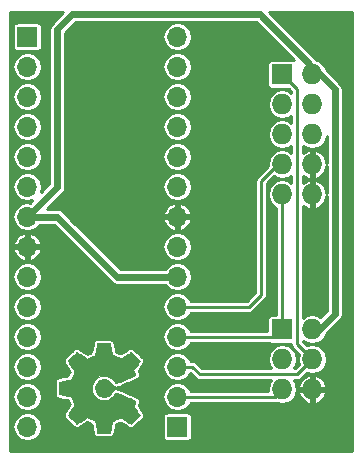
<source format=gbl>
G04 #@! TF.FileFunction,Copper,L2,Bot,Signal*
%FSLAX46Y46*%
G04 Gerber Fmt 4.6, Leading zero omitted, Abs format (unit mm)*
G04 Created by KiCad (PCBNEW 4.0.7-e1-6374~58~ubuntu16.04.1) date Tue Aug 22 04:57:06 2017*
%MOMM*%
%LPD*%
G01*
G04 APERTURE LIST*
%ADD10C,0.100000*%
%ADD11C,0.002000*%
%ADD12R,1.727200X1.727200*%
%ADD13O,1.727200X1.727200*%
%ADD14R,1.700000X1.700000*%
%ADD15O,1.700000X1.700000*%
%ADD16C,0.600000*%
%ADD17C,0.250000*%
%ADD18C,0.254000*%
G04 APERTURE END LIST*
D10*
D11*
G36*
X94646328Y-125608470D02*
X94799449Y-125638098D01*
X94935644Y-125666254D01*
X95046818Y-125691117D01*
X95124872Y-125710866D01*
X95161710Y-125723680D01*
X95162954Y-125724643D01*
X95181112Y-125756504D01*
X95212930Y-125825100D01*
X95253918Y-125919446D01*
X95299586Y-126028556D01*
X95345446Y-126141444D01*
X95387007Y-126247124D01*
X95419780Y-126334611D01*
X95439276Y-126392920D01*
X95442734Y-126409256D01*
X95428887Y-126438221D01*
X95390371Y-126501986D01*
X95331723Y-126593474D01*
X95257481Y-126705608D01*
X95172180Y-126831314D01*
X95171576Y-126832193D01*
X95085290Y-126958656D01*
X95008896Y-127072075D01*
X94947195Y-127165204D01*
X94904991Y-127230792D01*
X94887122Y-127261500D01*
X94900137Y-127289564D01*
X94943903Y-127345672D01*
X95011781Y-127423103D01*
X95097132Y-127515138D01*
X95193314Y-127615056D01*
X95293688Y-127716137D01*
X95391613Y-127811662D01*
X95480451Y-127894911D01*
X95553560Y-127959164D01*
X95604301Y-127997701D01*
X95622565Y-128005789D01*
X95655566Y-127991934D01*
X95723047Y-127953416D01*
X95817627Y-127894805D01*
X95931929Y-127820670D01*
X96055397Y-127737749D01*
X96181209Y-127653000D01*
X96293794Y-127579274D01*
X96385950Y-127521120D01*
X96450472Y-127483083D01*
X96479988Y-127469708D01*
X96514578Y-127479533D01*
X96584968Y-127505966D01*
X96680500Y-127544444D01*
X96790518Y-127590403D01*
X96904363Y-127639280D01*
X97011377Y-127686513D01*
X97100902Y-127727538D01*
X97162280Y-127757791D01*
X97183846Y-127771062D01*
X97192568Y-127798915D01*
X97208805Y-127867522D01*
X97230665Y-127967456D01*
X97256253Y-128089288D01*
X97283678Y-128223592D01*
X97311047Y-128360939D01*
X97336467Y-128491903D01*
X97358045Y-128607056D01*
X97373889Y-128696971D01*
X97382105Y-128752220D01*
X97382834Y-128762194D01*
X97406820Y-128767541D01*
X97472685Y-128771123D01*
X97571287Y-128773079D01*
X97693484Y-128773545D01*
X97830135Y-128772662D01*
X97972098Y-128770566D01*
X98110233Y-128767395D01*
X98235397Y-128763288D01*
X98338450Y-128758383D01*
X98410249Y-128752818D01*
X98441654Y-128746731D01*
X98442167Y-128746194D01*
X98451760Y-128713912D01*
X98468709Y-128639971D01*
X98491207Y-128532934D01*
X98517447Y-128401369D01*
X98542210Y-128272036D01*
X98571810Y-128122990D01*
X98600907Y-127991696D01*
X98627384Y-127886664D01*
X98649123Y-127816402D01*
X98662024Y-127790613D01*
X98697981Y-127769725D01*
X98770727Y-127735670D01*
X98869408Y-127692824D01*
X98983169Y-127645561D01*
X99101157Y-127598256D01*
X99212517Y-127555284D01*
X99306395Y-127521021D01*
X99371936Y-127499840D01*
X99395089Y-127495141D01*
X99426255Y-127509084D01*
X99491693Y-127547699D01*
X99583933Y-127606262D01*
X99695503Y-127680049D01*
X99798948Y-127750513D01*
X99921735Y-127833598D01*
X100032326Y-127905376D01*
X100123032Y-127961097D01*
X100186166Y-127996013D01*
X100212161Y-128005789D01*
X100240816Y-127988580D01*
X100297962Y-127941437D01*
X100376681Y-127871086D01*
X100470057Y-127784253D01*
X100571174Y-127687665D01*
X100673116Y-127588047D01*
X100768965Y-127492126D01*
X100851807Y-127406628D01*
X100914724Y-127338278D01*
X100950801Y-127293804D01*
X100956703Y-127281719D01*
X100942926Y-127254552D01*
X100904779Y-127192849D01*
X100847037Y-127103991D01*
X100774477Y-126995362D01*
X100713484Y-126905763D01*
X100631568Y-126785309D01*
X100559487Y-126677359D01*
X100502430Y-126589837D01*
X100465582Y-126530666D01*
X100454503Y-126510131D01*
X100457412Y-126468072D01*
X100479964Y-126395316D01*
X100517625Y-126306130D01*
X100522734Y-126295437D01*
X100561589Y-126207165D01*
X100586898Y-126133842D01*
X100593915Y-126089565D01*
X100593122Y-126086367D01*
X100568305Y-126071052D01*
X100502864Y-126039056D01*
X100403360Y-125993187D01*
X100276358Y-125936257D01*
X100128420Y-125871075D01*
X99966109Y-125800451D01*
X99795990Y-125727196D01*
X99624624Y-125654118D01*
X99458574Y-125584029D01*
X99304405Y-125519738D01*
X99168679Y-125464055D01*
X99057959Y-125419790D01*
X98978808Y-125389754D01*
X98937789Y-125376756D01*
X98935006Y-125376442D01*
X98913774Y-125395565D01*
X98870510Y-125446630D01*
X98813060Y-125520177D01*
X98787586Y-125554148D01*
X98627800Y-125732056D01*
X98447344Y-125867483D01*
X98251978Y-125960014D01*
X98047461Y-126009233D01*
X97839552Y-126014726D01*
X97634010Y-125976078D01*
X97436595Y-125892873D01*
X97253065Y-125764696D01*
X97157180Y-125671686D01*
X97026241Y-125495636D01*
X96940272Y-125306522D01*
X96896760Y-125110041D01*
X96893193Y-124911888D01*
X96927056Y-124717760D01*
X96995836Y-124533351D01*
X97097020Y-124364358D01*
X97228094Y-124216476D01*
X97386546Y-124095401D01*
X97569861Y-124006829D01*
X97775526Y-123956456D01*
X97918278Y-123946894D01*
X98146942Y-123971027D01*
X98358294Y-124042930D01*
X98550937Y-124161865D01*
X98723474Y-124327091D01*
X98787586Y-124407379D01*
X98848545Y-124487332D01*
X98898490Y-124548627D01*
X98929576Y-124581805D01*
X98935006Y-124585085D01*
X98968796Y-124575373D01*
X99041854Y-124548111D01*
X99147614Y-124506112D01*
X99279514Y-124452187D01*
X99430991Y-124389151D01*
X99595481Y-124319814D01*
X99766421Y-124246989D01*
X99937249Y-124173489D01*
X100101399Y-124102126D01*
X100252310Y-124035712D01*
X100383418Y-123977061D01*
X100488160Y-123928983D01*
X100559973Y-123894292D01*
X100592292Y-123875801D01*
X100593392Y-123874456D01*
X100589219Y-123835746D01*
X100565686Y-123765627D01*
X100527543Y-123677696D01*
X100517245Y-123656468D01*
X100427223Y-123474633D01*
X100691963Y-123087672D01*
X100776073Y-122963596D01*
X100849161Y-122853610D01*
X100906665Y-122764757D01*
X100944024Y-122704079D01*
X100956703Y-122678888D01*
X100939434Y-122654908D01*
X100891321Y-122600990D01*
X100817907Y-122523010D01*
X100724735Y-122426844D01*
X100617347Y-122318370D01*
X100605368Y-122306402D01*
X100494356Y-122197703D01*
X100393324Y-122102715D01*
X100308547Y-122027024D01*
X100246300Y-121976218D01*
X100212859Y-121955883D01*
X100211488Y-121955739D01*
X100177409Y-121969699D01*
X100109334Y-122008414D01*
X100014935Y-122067137D01*
X99901885Y-122141120D01*
X99798948Y-122211015D01*
X99676894Y-122293957D01*
X99567881Y-122365652D01*
X99479379Y-122421378D01*
X99418859Y-122456409D01*
X99395089Y-122466386D01*
X99355716Y-122456912D01*
X99280442Y-122431305D01*
X99180120Y-122393941D01*
X99065606Y-122349194D01*
X98947752Y-122301440D01*
X98837415Y-122255053D01*
X98745446Y-122214409D01*
X98682702Y-122183882D01*
X98662024Y-122170914D01*
X98645809Y-122135872D01*
X98623103Y-122059016D01*
X98596024Y-121948854D01*
X98566689Y-121813896D01*
X98542210Y-121689491D01*
X98514173Y-121543420D01*
X98488285Y-121414337D01*
X98466355Y-121310806D01*
X98450191Y-121241395D01*
X98442167Y-121215334D01*
X98414619Y-121209209D01*
X98345899Y-121203594D01*
X98245149Y-121198627D01*
X98121509Y-121194447D01*
X97984121Y-121191192D01*
X97842128Y-121188999D01*
X97704669Y-121188007D01*
X97580888Y-121188354D01*
X97479924Y-121190177D01*
X97410920Y-121193615D01*
X97383018Y-121198807D01*
X97382834Y-121199334D01*
X97378028Y-121238863D01*
X97364873Y-121316656D01*
X97345260Y-121423287D01*
X97321084Y-121549328D01*
X97294236Y-121685351D01*
X97266609Y-121821929D01*
X97240096Y-121949635D01*
X97216590Y-122059040D01*
X97197983Y-122140719D01*
X97186168Y-122185242D01*
X97183846Y-122190466D01*
X97152182Y-122209007D01*
X97083966Y-122241917D01*
X96989856Y-122284634D01*
X96880510Y-122332595D01*
X96766586Y-122381236D01*
X96658742Y-122425994D01*
X96567635Y-122462306D01*
X96503924Y-122485609D01*
X96479988Y-122491819D01*
X96449675Y-122478007D01*
X96384642Y-122439604D01*
X96292093Y-122381157D01*
X96179233Y-122307214D01*
X96055397Y-122223779D01*
X95928966Y-122138902D01*
X95815058Y-122065091D01*
X95721050Y-122006915D01*
X95654322Y-121968944D01*
X95622565Y-121955739D01*
X95590688Y-121973106D01*
X95531958Y-122020728D01*
X95453015Y-122091884D01*
X95360499Y-122179855D01*
X95261051Y-122277920D01*
X95161310Y-122379361D01*
X95067916Y-122477456D01*
X94987510Y-122565487D01*
X94926731Y-122636732D01*
X94892219Y-122684473D01*
X94887122Y-122700028D01*
X94905248Y-122731147D01*
X94947634Y-122796994D01*
X95009476Y-122890321D01*
X95085973Y-123003879D01*
X95171576Y-123129334D01*
X95256936Y-123255107D01*
X95331269Y-123367357D01*
X95390037Y-123459009D01*
X95428704Y-123522985D01*
X95442733Y-123552208D01*
X95442734Y-123552271D01*
X95433263Y-123588016D01*
X95407846Y-123659473D01*
X95370970Y-123755657D01*
X95327126Y-123865582D01*
X95280803Y-123978263D01*
X95236491Y-124082713D01*
X95198678Y-124167948D01*
X95171854Y-124222982D01*
X95162954Y-124236885D01*
X95131471Y-124248768D01*
X95057824Y-124267799D01*
X94950109Y-124292157D01*
X94816424Y-124320022D01*
X94664867Y-124349572D01*
X94646328Y-124353058D01*
X94153588Y-124445345D01*
X94153588Y-125516183D01*
X94646328Y-125608470D01*
X94646328Y-125608470D01*
G37*
X94646328Y-125608470D02*
X94799449Y-125638098D01*
X94935644Y-125666254D01*
X95046818Y-125691117D01*
X95124872Y-125710866D01*
X95161710Y-125723680D01*
X95162954Y-125724643D01*
X95181112Y-125756504D01*
X95212930Y-125825100D01*
X95253918Y-125919446D01*
X95299586Y-126028556D01*
X95345446Y-126141444D01*
X95387007Y-126247124D01*
X95419780Y-126334611D01*
X95439276Y-126392920D01*
X95442734Y-126409256D01*
X95428887Y-126438221D01*
X95390371Y-126501986D01*
X95331723Y-126593474D01*
X95257481Y-126705608D01*
X95172180Y-126831314D01*
X95171576Y-126832193D01*
X95085290Y-126958656D01*
X95008896Y-127072075D01*
X94947195Y-127165204D01*
X94904991Y-127230792D01*
X94887122Y-127261500D01*
X94900137Y-127289564D01*
X94943903Y-127345672D01*
X95011781Y-127423103D01*
X95097132Y-127515138D01*
X95193314Y-127615056D01*
X95293688Y-127716137D01*
X95391613Y-127811662D01*
X95480451Y-127894911D01*
X95553560Y-127959164D01*
X95604301Y-127997701D01*
X95622565Y-128005789D01*
X95655566Y-127991934D01*
X95723047Y-127953416D01*
X95817627Y-127894805D01*
X95931929Y-127820670D01*
X96055397Y-127737749D01*
X96181209Y-127653000D01*
X96293794Y-127579274D01*
X96385950Y-127521120D01*
X96450472Y-127483083D01*
X96479988Y-127469708D01*
X96514578Y-127479533D01*
X96584968Y-127505966D01*
X96680500Y-127544444D01*
X96790518Y-127590403D01*
X96904363Y-127639280D01*
X97011377Y-127686513D01*
X97100902Y-127727538D01*
X97162280Y-127757791D01*
X97183846Y-127771062D01*
X97192568Y-127798915D01*
X97208805Y-127867522D01*
X97230665Y-127967456D01*
X97256253Y-128089288D01*
X97283678Y-128223592D01*
X97311047Y-128360939D01*
X97336467Y-128491903D01*
X97358045Y-128607056D01*
X97373889Y-128696971D01*
X97382105Y-128752220D01*
X97382834Y-128762194D01*
X97406820Y-128767541D01*
X97472685Y-128771123D01*
X97571287Y-128773079D01*
X97693484Y-128773545D01*
X97830135Y-128772662D01*
X97972098Y-128770566D01*
X98110233Y-128767395D01*
X98235397Y-128763288D01*
X98338450Y-128758383D01*
X98410249Y-128752818D01*
X98441654Y-128746731D01*
X98442167Y-128746194D01*
X98451760Y-128713912D01*
X98468709Y-128639971D01*
X98491207Y-128532934D01*
X98517447Y-128401369D01*
X98542210Y-128272036D01*
X98571810Y-128122990D01*
X98600907Y-127991696D01*
X98627384Y-127886664D01*
X98649123Y-127816402D01*
X98662024Y-127790613D01*
X98697981Y-127769725D01*
X98770727Y-127735670D01*
X98869408Y-127692824D01*
X98983169Y-127645561D01*
X99101157Y-127598256D01*
X99212517Y-127555284D01*
X99306395Y-127521021D01*
X99371936Y-127499840D01*
X99395089Y-127495141D01*
X99426255Y-127509084D01*
X99491693Y-127547699D01*
X99583933Y-127606262D01*
X99695503Y-127680049D01*
X99798948Y-127750513D01*
X99921735Y-127833598D01*
X100032326Y-127905376D01*
X100123032Y-127961097D01*
X100186166Y-127996013D01*
X100212161Y-128005789D01*
X100240816Y-127988580D01*
X100297962Y-127941437D01*
X100376681Y-127871086D01*
X100470057Y-127784253D01*
X100571174Y-127687665D01*
X100673116Y-127588047D01*
X100768965Y-127492126D01*
X100851807Y-127406628D01*
X100914724Y-127338278D01*
X100950801Y-127293804D01*
X100956703Y-127281719D01*
X100942926Y-127254552D01*
X100904779Y-127192849D01*
X100847037Y-127103991D01*
X100774477Y-126995362D01*
X100713484Y-126905763D01*
X100631568Y-126785309D01*
X100559487Y-126677359D01*
X100502430Y-126589837D01*
X100465582Y-126530666D01*
X100454503Y-126510131D01*
X100457412Y-126468072D01*
X100479964Y-126395316D01*
X100517625Y-126306130D01*
X100522734Y-126295437D01*
X100561589Y-126207165D01*
X100586898Y-126133842D01*
X100593915Y-126089565D01*
X100593122Y-126086367D01*
X100568305Y-126071052D01*
X100502864Y-126039056D01*
X100403360Y-125993187D01*
X100276358Y-125936257D01*
X100128420Y-125871075D01*
X99966109Y-125800451D01*
X99795990Y-125727196D01*
X99624624Y-125654118D01*
X99458574Y-125584029D01*
X99304405Y-125519738D01*
X99168679Y-125464055D01*
X99057959Y-125419790D01*
X98978808Y-125389754D01*
X98937789Y-125376756D01*
X98935006Y-125376442D01*
X98913774Y-125395565D01*
X98870510Y-125446630D01*
X98813060Y-125520177D01*
X98787586Y-125554148D01*
X98627800Y-125732056D01*
X98447344Y-125867483D01*
X98251978Y-125960014D01*
X98047461Y-126009233D01*
X97839552Y-126014726D01*
X97634010Y-125976078D01*
X97436595Y-125892873D01*
X97253065Y-125764696D01*
X97157180Y-125671686D01*
X97026241Y-125495636D01*
X96940272Y-125306522D01*
X96896760Y-125110041D01*
X96893193Y-124911888D01*
X96927056Y-124717760D01*
X96995836Y-124533351D01*
X97097020Y-124364358D01*
X97228094Y-124216476D01*
X97386546Y-124095401D01*
X97569861Y-124006829D01*
X97775526Y-123956456D01*
X97918278Y-123946894D01*
X98146942Y-123971027D01*
X98358294Y-124042930D01*
X98550937Y-124161865D01*
X98723474Y-124327091D01*
X98787586Y-124407379D01*
X98848545Y-124487332D01*
X98898490Y-124548627D01*
X98929576Y-124581805D01*
X98935006Y-124585085D01*
X98968796Y-124575373D01*
X99041854Y-124548111D01*
X99147614Y-124506112D01*
X99279514Y-124452187D01*
X99430991Y-124389151D01*
X99595481Y-124319814D01*
X99766421Y-124246989D01*
X99937249Y-124173489D01*
X100101399Y-124102126D01*
X100252310Y-124035712D01*
X100383418Y-123977061D01*
X100488160Y-123928983D01*
X100559973Y-123894292D01*
X100592292Y-123875801D01*
X100593392Y-123874456D01*
X100589219Y-123835746D01*
X100565686Y-123765627D01*
X100527543Y-123677696D01*
X100517245Y-123656468D01*
X100427223Y-123474633D01*
X100691963Y-123087672D01*
X100776073Y-122963596D01*
X100849161Y-122853610D01*
X100906665Y-122764757D01*
X100944024Y-122704079D01*
X100956703Y-122678888D01*
X100939434Y-122654908D01*
X100891321Y-122600990D01*
X100817907Y-122523010D01*
X100724735Y-122426844D01*
X100617347Y-122318370D01*
X100605368Y-122306402D01*
X100494356Y-122197703D01*
X100393324Y-122102715D01*
X100308547Y-122027024D01*
X100246300Y-121976218D01*
X100212859Y-121955883D01*
X100211488Y-121955739D01*
X100177409Y-121969699D01*
X100109334Y-122008414D01*
X100014935Y-122067137D01*
X99901885Y-122141120D01*
X99798948Y-122211015D01*
X99676894Y-122293957D01*
X99567881Y-122365652D01*
X99479379Y-122421378D01*
X99418859Y-122456409D01*
X99395089Y-122466386D01*
X99355716Y-122456912D01*
X99280442Y-122431305D01*
X99180120Y-122393941D01*
X99065606Y-122349194D01*
X98947752Y-122301440D01*
X98837415Y-122255053D01*
X98745446Y-122214409D01*
X98682702Y-122183882D01*
X98662024Y-122170914D01*
X98645809Y-122135872D01*
X98623103Y-122059016D01*
X98596024Y-121948854D01*
X98566689Y-121813896D01*
X98542210Y-121689491D01*
X98514173Y-121543420D01*
X98488285Y-121414337D01*
X98466355Y-121310806D01*
X98450191Y-121241395D01*
X98442167Y-121215334D01*
X98414619Y-121209209D01*
X98345899Y-121203594D01*
X98245149Y-121198627D01*
X98121509Y-121194447D01*
X97984121Y-121191192D01*
X97842128Y-121188999D01*
X97704669Y-121188007D01*
X97580888Y-121188354D01*
X97479924Y-121190177D01*
X97410920Y-121193615D01*
X97383018Y-121198807D01*
X97382834Y-121199334D01*
X97378028Y-121238863D01*
X97364873Y-121316656D01*
X97345260Y-121423287D01*
X97321084Y-121549328D01*
X97294236Y-121685351D01*
X97266609Y-121821929D01*
X97240096Y-121949635D01*
X97216590Y-122059040D01*
X97197983Y-122140719D01*
X97186168Y-122185242D01*
X97183846Y-122190466D01*
X97152182Y-122209007D01*
X97083966Y-122241917D01*
X96989856Y-122284634D01*
X96880510Y-122332595D01*
X96766586Y-122381236D01*
X96658742Y-122425994D01*
X96567635Y-122462306D01*
X96503924Y-122485609D01*
X96479988Y-122491819D01*
X96449675Y-122478007D01*
X96384642Y-122439604D01*
X96292093Y-122381157D01*
X96179233Y-122307214D01*
X96055397Y-122223779D01*
X95928966Y-122138902D01*
X95815058Y-122065091D01*
X95721050Y-122006915D01*
X95654322Y-121968944D01*
X95622565Y-121955739D01*
X95590688Y-121973106D01*
X95531958Y-122020728D01*
X95453015Y-122091884D01*
X95360499Y-122179855D01*
X95261051Y-122277920D01*
X95161310Y-122379361D01*
X95067916Y-122477456D01*
X94987510Y-122565487D01*
X94926731Y-122636732D01*
X94892219Y-122684473D01*
X94887122Y-122700028D01*
X94905248Y-122731147D01*
X94947634Y-122796994D01*
X95009476Y-122890321D01*
X95085973Y-123003879D01*
X95171576Y-123129334D01*
X95256936Y-123255107D01*
X95331269Y-123367357D01*
X95390037Y-123459009D01*
X95428704Y-123522985D01*
X95442733Y-123552208D01*
X95442734Y-123552271D01*
X95433263Y-123588016D01*
X95407846Y-123659473D01*
X95370970Y-123755657D01*
X95327126Y-123865582D01*
X95280803Y-123978263D01*
X95236491Y-124082713D01*
X95198678Y-124167948D01*
X95171854Y-124222982D01*
X95162954Y-124236885D01*
X95131471Y-124248768D01*
X95057824Y-124267799D01*
X94950109Y-124292157D01*
X94816424Y-124320022D01*
X94664867Y-124349572D01*
X94646328Y-124353058D01*
X94153588Y-124445345D01*
X94153588Y-125516183D01*
X94646328Y-125608470D01*
D12*
X113030000Y-98425000D03*
D13*
X115570000Y-98425000D03*
X113030000Y-100965000D03*
X115570000Y-100965000D03*
X113030000Y-103505000D03*
X115570000Y-103505000D03*
X113030000Y-106045000D03*
X115570000Y-106045000D03*
X113030000Y-108585000D03*
X115570000Y-108585000D03*
D14*
X91440000Y-95250000D03*
D15*
X91440000Y-97790000D03*
X91440000Y-100330000D03*
X91440000Y-102870000D03*
X91440000Y-105410000D03*
X91440000Y-107950000D03*
X91440000Y-110490000D03*
X91440000Y-113030000D03*
X91440000Y-115570000D03*
X91440000Y-118110000D03*
X91440000Y-120650000D03*
X91440000Y-123190000D03*
X91440000Y-125730000D03*
X91440000Y-128270000D03*
D14*
X104140000Y-128270000D03*
D15*
X104140000Y-125730000D03*
X104140000Y-123190000D03*
X104140000Y-120650000D03*
X104140000Y-118110000D03*
X104140000Y-115570000D03*
X104140000Y-113030000D03*
X104140000Y-110490000D03*
X104140000Y-107950000D03*
X104140000Y-105410000D03*
X104140000Y-102870000D03*
X104140000Y-100330000D03*
X104140000Y-97790000D03*
X104140000Y-95250000D03*
D12*
X113030000Y-120015000D03*
D13*
X115570000Y-120015000D03*
X113030000Y-122555000D03*
X115570000Y-122555000D03*
X113030000Y-125095000D03*
X115570000Y-125095000D03*
D16*
X91440000Y-110490000D02*
X93980000Y-110490000D01*
X99060000Y-115570000D02*
X104140000Y-115570000D01*
X93980000Y-110490000D02*
X99060000Y-115570000D01*
X115570000Y-98425000D02*
X115570000Y-97790000D01*
X115570000Y-97790000D02*
X111125000Y-93345000D01*
X93980000Y-107950000D02*
X91440000Y-110490000D01*
X93980000Y-94615000D02*
X93980000Y-107950000D01*
X95250000Y-93345000D02*
X93980000Y-94615000D01*
X111125000Y-93345000D02*
X95250000Y-93345000D01*
X115570000Y-120015000D02*
X116205000Y-120015000D01*
X116205000Y-120015000D02*
X117475000Y-118745000D01*
X117475000Y-118745000D02*
X117475000Y-99695000D01*
X117475000Y-99695000D02*
X116205000Y-98425000D01*
X116205000Y-98425000D02*
X115570000Y-98425000D01*
D17*
X115570000Y-99060000D02*
X115316000Y-99060000D01*
X104140000Y-125730000D02*
X112395000Y-125730000D01*
X112395000Y-125730000D02*
X113030000Y-125095000D01*
X104140000Y-123190000D02*
X105410000Y-123190000D01*
X114300000Y-123825000D02*
X115570000Y-122555000D01*
X106045000Y-123825000D02*
X114300000Y-123825000D01*
X105410000Y-123190000D02*
X106045000Y-123825000D01*
X113030000Y-98425000D02*
X114300000Y-99695000D01*
X114300000Y-121285000D02*
X115570000Y-122555000D01*
X114300000Y-99695000D02*
X114300000Y-121285000D01*
X113030000Y-108585000D02*
X113030000Y-120015000D01*
X104140000Y-120650000D02*
X112395000Y-120650000D01*
X112395000Y-120650000D02*
X113030000Y-120015000D01*
X113030000Y-106045000D02*
X112649000Y-106045000D01*
X112649000Y-106045000D02*
X111252000Y-107442000D01*
X110236000Y-118110000D02*
X104140000Y-118110000D01*
X111252000Y-117094000D02*
X110236000Y-118110000D01*
X111252000Y-107442000D02*
X111252000Y-117094000D01*
D18*
G36*
X93498460Y-94133460D02*
X93350838Y-94354392D01*
X93341766Y-94400000D01*
X93299000Y-94615000D01*
X93299000Y-107667921D01*
X92615212Y-108351708D01*
X92695117Y-107950000D01*
X92601413Y-107478917D01*
X92334565Y-107079552D01*
X91935200Y-106812704D01*
X91464117Y-106719000D01*
X91415883Y-106719000D01*
X90944800Y-106812704D01*
X90545435Y-107079552D01*
X90278587Y-107478917D01*
X90184883Y-107950000D01*
X90278587Y-108421083D01*
X90545435Y-108820448D01*
X90944800Y-109087296D01*
X91415883Y-109181000D01*
X91464117Y-109181000D01*
X91865825Y-109101096D01*
X91667471Y-109299449D01*
X91464117Y-109259000D01*
X91415883Y-109259000D01*
X90944800Y-109352704D01*
X90545435Y-109619552D01*
X90278587Y-110018917D01*
X90184883Y-110490000D01*
X90278587Y-110961083D01*
X90545435Y-111360448D01*
X90944800Y-111627296D01*
X91415883Y-111721000D01*
X91464117Y-111721000D01*
X91935200Y-111627296D01*
X92334565Y-111360448D01*
X92461151Y-111171000D01*
X93697920Y-111171000D01*
X98578460Y-116051540D01*
X98799392Y-116199162D01*
X99060000Y-116251000D01*
X103118849Y-116251000D01*
X103245435Y-116440448D01*
X103644800Y-116707296D01*
X104115883Y-116801000D01*
X104164117Y-116801000D01*
X104635200Y-116707296D01*
X105034565Y-116440448D01*
X105301413Y-116041083D01*
X105395117Y-115570000D01*
X105301413Y-115098917D01*
X105034565Y-114699552D01*
X104635200Y-114432704D01*
X104164117Y-114339000D01*
X104115883Y-114339000D01*
X103644800Y-114432704D01*
X103245435Y-114699552D01*
X103118849Y-114889000D01*
X99342080Y-114889000D01*
X97483080Y-113030000D01*
X102884883Y-113030000D01*
X102978587Y-113501083D01*
X103245435Y-113900448D01*
X103644800Y-114167296D01*
X104115883Y-114261000D01*
X104164117Y-114261000D01*
X104635200Y-114167296D01*
X105034565Y-113900448D01*
X105301413Y-113501083D01*
X105395117Y-113030000D01*
X105301413Y-112558917D01*
X105034565Y-112159552D01*
X104635200Y-111892704D01*
X104164117Y-111799000D01*
X104115883Y-111799000D01*
X103644800Y-111892704D01*
X103245435Y-112159552D01*
X102978587Y-112558917D01*
X102884883Y-113030000D01*
X97483080Y-113030000D01*
X95260060Y-110806980D01*
X102950511Y-110806980D01*
X103074755Y-111106964D01*
X103391944Y-111467652D01*
X103823018Y-111679501D01*
X104013000Y-111619193D01*
X104013000Y-110617000D01*
X104267000Y-110617000D01*
X104267000Y-111619193D01*
X104456982Y-111679501D01*
X104888056Y-111467652D01*
X105205245Y-111106964D01*
X105329489Y-110806980D01*
X105268627Y-110617000D01*
X104267000Y-110617000D01*
X104013000Y-110617000D01*
X103011373Y-110617000D01*
X102950511Y-110806980D01*
X95260060Y-110806980D01*
X94626100Y-110173020D01*
X102950511Y-110173020D01*
X103011373Y-110363000D01*
X104013000Y-110363000D01*
X104013000Y-109360807D01*
X104267000Y-109360807D01*
X104267000Y-110363000D01*
X105268627Y-110363000D01*
X105329489Y-110173020D01*
X105205245Y-109873036D01*
X104888056Y-109512348D01*
X104456982Y-109300499D01*
X104267000Y-109360807D01*
X104013000Y-109360807D01*
X103823018Y-109300499D01*
X103391944Y-109512348D01*
X103074755Y-109873036D01*
X102950511Y-110173020D01*
X94626100Y-110173020D01*
X94461540Y-110008460D01*
X94240608Y-109860838D01*
X93980000Y-109809000D01*
X93084080Y-109809000D01*
X94461537Y-108431542D01*
X94461540Y-108431540D01*
X94609162Y-108210607D01*
X94661000Y-107950000D01*
X102884883Y-107950000D01*
X102978587Y-108421083D01*
X103245435Y-108820448D01*
X103644800Y-109087296D01*
X104115883Y-109181000D01*
X104164117Y-109181000D01*
X104635200Y-109087296D01*
X105034565Y-108820448D01*
X105301413Y-108421083D01*
X105395117Y-107950000D01*
X105301413Y-107478917D01*
X105034565Y-107079552D01*
X104635200Y-106812704D01*
X104164117Y-106719000D01*
X104115883Y-106719000D01*
X103644800Y-106812704D01*
X103245435Y-107079552D01*
X102978587Y-107478917D01*
X102884883Y-107950000D01*
X94661000Y-107950000D01*
X94661000Y-105410000D01*
X102884883Y-105410000D01*
X102978587Y-105881083D01*
X103245435Y-106280448D01*
X103644800Y-106547296D01*
X104115883Y-106641000D01*
X104164117Y-106641000D01*
X104635200Y-106547296D01*
X105034565Y-106280448D01*
X105301413Y-105881083D01*
X105395117Y-105410000D01*
X105301413Y-104938917D01*
X105034565Y-104539552D01*
X104635200Y-104272704D01*
X104164117Y-104179000D01*
X104115883Y-104179000D01*
X103644800Y-104272704D01*
X103245435Y-104539552D01*
X102978587Y-104938917D01*
X102884883Y-105410000D01*
X94661000Y-105410000D01*
X94661000Y-102870000D01*
X102884883Y-102870000D01*
X102978587Y-103341083D01*
X103245435Y-103740448D01*
X103644800Y-104007296D01*
X104115883Y-104101000D01*
X104164117Y-104101000D01*
X104635200Y-104007296D01*
X105034565Y-103740448D01*
X105301413Y-103341083D01*
X105395117Y-102870000D01*
X105301413Y-102398917D01*
X105034565Y-101999552D01*
X104635200Y-101732704D01*
X104164117Y-101639000D01*
X104115883Y-101639000D01*
X103644800Y-101732704D01*
X103245435Y-101999552D01*
X102978587Y-102398917D01*
X102884883Y-102870000D01*
X94661000Y-102870000D01*
X94661000Y-100330000D01*
X102884883Y-100330000D01*
X102978587Y-100801083D01*
X103245435Y-101200448D01*
X103644800Y-101467296D01*
X104115883Y-101561000D01*
X104164117Y-101561000D01*
X104635200Y-101467296D01*
X105034565Y-101200448D01*
X105301413Y-100801083D01*
X105395117Y-100330000D01*
X105301413Y-99858917D01*
X105034565Y-99459552D01*
X104635200Y-99192704D01*
X104164117Y-99099000D01*
X104115883Y-99099000D01*
X103644800Y-99192704D01*
X103245435Y-99459552D01*
X102978587Y-99858917D01*
X102884883Y-100330000D01*
X94661000Y-100330000D01*
X94661000Y-97790000D01*
X102884883Y-97790000D01*
X102978587Y-98261083D01*
X103245435Y-98660448D01*
X103644800Y-98927296D01*
X104115883Y-99021000D01*
X104164117Y-99021000D01*
X104635200Y-98927296D01*
X105034565Y-98660448D01*
X105301413Y-98261083D01*
X105395117Y-97790000D01*
X105301413Y-97318917D01*
X105034565Y-96919552D01*
X104635200Y-96652704D01*
X104164117Y-96559000D01*
X104115883Y-96559000D01*
X103644800Y-96652704D01*
X103245435Y-96919552D01*
X102978587Y-97318917D01*
X102884883Y-97790000D01*
X94661000Y-97790000D01*
X94661000Y-94897080D01*
X95532080Y-94026000D01*
X104080692Y-94026000D01*
X103644800Y-94112704D01*
X103245435Y-94379552D01*
X102978587Y-94778917D01*
X102884883Y-95250000D01*
X102978587Y-95721083D01*
X103245435Y-96120448D01*
X103644800Y-96387296D01*
X104115883Y-96481000D01*
X104164117Y-96481000D01*
X104635200Y-96387296D01*
X105034565Y-96120448D01*
X105301413Y-95721083D01*
X105395117Y-95250000D01*
X105301413Y-94778917D01*
X105034565Y-94379552D01*
X104635200Y-94112704D01*
X104199308Y-94026000D01*
X110842920Y-94026000D01*
X114014298Y-97197378D01*
X113893600Y-97172936D01*
X112166400Y-97172936D01*
X112025210Y-97199503D01*
X111895535Y-97282946D01*
X111808541Y-97410266D01*
X111777936Y-97561400D01*
X111777936Y-99288600D01*
X111804503Y-99429790D01*
X111887946Y-99559465D01*
X112015266Y-99646459D01*
X112166400Y-99677064D01*
X113566472Y-99677064D01*
X113794000Y-99904592D01*
X113794000Y-99983000D01*
X113506288Y-99790757D01*
X113030000Y-99696017D01*
X112553712Y-99790757D01*
X112149935Y-100060552D01*
X111880140Y-100464329D01*
X111785400Y-100940617D01*
X111785400Y-100989383D01*
X111880140Y-101465671D01*
X112149935Y-101869448D01*
X112553712Y-102139243D01*
X113030000Y-102233983D01*
X113506288Y-102139243D01*
X113794000Y-101947000D01*
X113794000Y-102523000D01*
X113506288Y-102330757D01*
X113030000Y-102236017D01*
X112553712Y-102330757D01*
X112149935Y-102600552D01*
X111880140Y-103004329D01*
X111785400Y-103480617D01*
X111785400Y-103529383D01*
X111880140Y-104005671D01*
X112149935Y-104409448D01*
X112553712Y-104679243D01*
X113030000Y-104773983D01*
X113506288Y-104679243D01*
X113794000Y-104487000D01*
X113794000Y-105063000D01*
X113506288Y-104870757D01*
X113030000Y-104776017D01*
X112553712Y-104870757D01*
X112149935Y-105140552D01*
X111880140Y-105544329D01*
X111785400Y-106020617D01*
X111785400Y-106069383D01*
X111805911Y-106172497D01*
X110894204Y-107084204D01*
X110784517Y-107248362D01*
X110746000Y-107442000D01*
X110746000Y-116884408D01*
X110026408Y-117604000D01*
X105278082Y-117604000D01*
X105034565Y-117239552D01*
X104635200Y-116972704D01*
X104164117Y-116879000D01*
X104115883Y-116879000D01*
X103644800Y-116972704D01*
X103245435Y-117239552D01*
X102978587Y-117638917D01*
X102884883Y-118110000D01*
X102978587Y-118581083D01*
X103245435Y-118980448D01*
X103644800Y-119247296D01*
X104115883Y-119341000D01*
X104164117Y-119341000D01*
X104635200Y-119247296D01*
X105034565Y-118980448D01*
X105278082Y-118616000D01*
X110236000Y-118616000D01*
X110429638Y-118577483D01*
X110593796Y-118467796D01*
X111609796Y-117451796D01*
X111719483Y-117287638D01*
X111758000Y-117094000D01*
X111758000Y-107651592D01*
X112335892Y-107073700D01*
X112553712Y-107219243D01*
X113030000Y-107313983D01*
X113506288Y-107219243D01*
X113794000Y-107027000D01*
X113794000Y-107603000D01*
X113506288Y-107410757D01*
X113030000Y-107316017D01*
X112553712Y-107410757D01*
X112149935Y-107680552D01*
X111880140Y-108084329D01*
X111785400Y-108560617D01*
X111785400Y-108609383D01*
X111880140Y-109085671D01*
X112149935Y-109489448D01*
X112524000Y-109739390D01*
X112524000Y-118762936D01*
X112166400Y-118762936D01*
X112025210Y-118789503D01*
X111895535Y-118872946D01*
X111808541Y-119000266D01*
X111777936Y-119151400D01*
X111777936Y-120144000D01*
X105278082Y-120144000D01*
X105034565Y-119779552D01*
X104635200Y-119512704D01*
X104164117Y-119419000D01*
X104115883Y-119419000D01*
X103644800Y-119512704D01*
X103245435Y-119779552D01*
X102978587Y-120178917D01*
X102884883Y-120650000D01*
X102978587Y-121121083D01*
X103245435Y-121520448D01*
X103644800Y-121787296D01*
X104115883Y-121881000D01*
X104164117Y-121881000D01*
X104635200Y-121787296D01*
X105034565Y-121520448D01*
X105278082Y-121156000D01*
X111897510Y-121156000D01*
X112015266Y-121236459D01*
X112166400Y-121267064D01*
X113794000Y-121267064D01*
X113794000Y-121285000D01*
X113832517Y-121478638D01*
X113942204Y-121642796D01*
X114409123Y-122109715D01*
X114325400Y-122530617D01*
X114325400Y-122579383D01*
X114409123Y-123000285D01*
X114090408Y-123319000D01*
X114003909Y-123319000D01*
X114179860Y-123055671D01*
X114274600Y-122579383D01*
X114274600Y-122530617D01*
X114179860Y-122054329D01*
X113910065Y-121650552D01*
X113506288Y-121380757D01*
X113030000Y-121286017D01*
X112553712Y-121380757D01*
X112149935Y-121650552D01*
X111880140Y-122054329D01*
X111785400Y-122530617D01*
X111785400Y-122579383D01*
X111880140Y-123055671D01*
X112056091Y-123319000D01*
X106254592Y-123319000D01*
X105767796Y-122832204D01*
X105603638Y-122722517D01*
X105410000Y-122684000D01*
X105278082Y-122684000D01*
X105034565Y-122319552D01*
X104635200Y-122052704D01*
X104164117Y-121959000D01*
X104115883Y-121959000D01*
X103644800Y-122052704D01*
X103245435Y-122319552D01*
X102978587Y-122718917D01*
X102884883Y-123190000D01*
X102978587Y-123661083D01*
X103245435Y-124060448D01*
X103644800Y-124327296D01*
X104115883Y-124421000D01*
X104164117Y-124421000D01*
X104635200Y-124327296D01*
X105034565Y-124060448D01*
X105246970Y-123742562D01*
X105687204Y-124182796D01*
X105851362Y-124292483D01*
X106045000Y-124331000D01*
X112056091Y-124331000D01*
X111880140Y-124594329D01*
X111785400Y-125070617D01*
X111785400Y-125119383D01*
X111806210Y-125224000D01*
X105278082Y-125224000D01*
X105034565Y-124859552D01*
X104635200Y-124592704D01*
X104164117Y-124499000D01*
X104115883Y-124499000D01*
X103644800Y-124592704D01*
X103245435Y-124859552D01*
X102978587Y-125258917D01*
X102884883Y-125730000D01*
X102978587Y-126201083D01*
X103245435Y-126600448D01*
X103644800Y-126867296D01*
X104115883Y-126961000D01*
X104164117Y-126961000D01*
X104635200Y-126867296D01*
X105034565Y-126600448D01*
X105278082Y-126236000D01*
X112395000Y-126236000D01*
X112478965Y-126219298D01*
X112553712Y-126269243D01*
X113030000Y-126363983D01*
X113506288Y-126269243D01*
X113910065Y-125999448D01*
X114179860Y-125595671D01*
X114215972Y-125414120D01*
X114366995Y-125414120D01*
X114580690Y-125850199D01*
X114944999Y-126171305D01*
X115250882Y-126297993D01*
X115443000Y-126237312D01*
X115443000Y-125222000D01*
X115697000Y-125222000D01*
X115697000Y-126237312D01*
X115889118Y-126297993D01*
X116195001Y-126171305D01*
X116559310Y-125850199D01*
X116773005Y-125414120D01*
X116712865Y-125222000D01*
X115697000Y-125222000D01*
X115443000Y-125222000D01*
X114427135Y-125222000D01*
X114366995Y-125414120D01*
X114215972Y-125414120D01*
X114274600Y-125119383D01*
X114274600Y-125070617D01*
X114215973Y-124775880D01*
X114366995Y-124775880D01*
X114427135Y-124968000D01*
X115443000Y-124968000D01*
X115443000Y-123952688D01*
X115697000Y-123952688D01*
X115697000Y-124968000D01*
X116712865Y-124968000D01*
X116773005Y-124775880D01*
X116559310Y-124339801D01*
X116195001Y-124018695D01*
X115889118Y-123892007D01*
X115697000Y-123952688D01*
X115443000Y-123952688D01*
X115250882Y-123892007D01*
X114944999Y-124018695D01*
X114580690Y-124339801D01*
X114366995Y-124775880D01*
X114215973Y-124775880D01*
X114179860Y-124594329D01*
X114003909Y-124331000D01*
X114300000Y-124331000D01*
X114493638Y-124292483D01*
X114657796Y-124182796D01*
X115108423Y-123732169D01*
X115570000Y-123823983D01*
X116046288Y-123729243D01*
X116450065Y-123459448D01*
X116719860Y-123055671D01*
X116814600Y-122579383D01*
X116814600Y-122530617D01*
X116719860Y-122054329D01*
X116450065Y-121650552D01*
X116046288Y-121380757D01*
X115570000Y-121286017D01*
X115108423Y-121377831D01*
X114806000Y-121075408D01*
X114806000Y-120997000D01*
X115093712Y-121189243D01*
X115570000Y-121283983D01*
X116046288Y-121189243D01*
X116450065Y-120919448D01*
X116719860Y-120515671D01*
X116732884Y-120450196D01*
X117956540Y-119226540D01*
X118104162Y-119005608D01*
X118156000Y-118745000D01*
X118156000Y-99695000D01*
X118117483Y-99501362D01*
X118104162Y-99434392D01*
X117956540Y-99213460D01*
X116732884Y-97989804D01*
X116719860Y-97924329D01*
X116450065Y-97520552D01*
X116046288Y-97250757D01*
X115980813Y-97237733D01*
X111909080Y-93166000D01*
X118924000Y-93166000D01*
X118924000Y-130354000D01*
X89991000Y-130354000D01*
X89991000Y-128270000D01*
X90184883Y-128270000D01*
X90278587Y-128741083D01*
X90545435Y-129140448D01*
X90944800Y-129407296D01*
X91415883Y-129501000D01*
X91464117Y-129501000D01*
X91935200Y-129407296D01*
X92334565Y-129140448D01*
X92601413Y-128741083D01*
X92695117Y-128270000D01*
X92601413Y-127798917D01*
X92334565Y-127399552D01*
X91935200Y-127132704D01*
X91464117Y-127039000D01*
X91415883Y-127039000D01*
X90944800Y-127132704D01*
X90545435Y-127399552D01*
X90278587Y-127798917D01*
X90184883Y-128270000D01*
X89991000Y-128270000D01*
X89991000Y-125730000D01*
X90184883Y-125730000D01*
X90278587Y-126201083D01*
X90545435Y-126600448D01*
X90944800Y-126867296D01*
X91415883Y-126961000D01*
X91464117Y-126961000D01*
X91935200Y-126867296D01*
X92334565Y-126600448D01*
X92601413Y-126201083D01*
X92695117Y-125730000D01*
X92601413Y-125258917D01*
X92334565Y-124859552D01*
X91935200Y-124592704D01*
X91464117Y-124499000D01*
X91415883Y-124499000D01*
X90944800Y-124592704D01*
X90545435Y-124859552D01*
X90278587Y-125258917D01*
X90184883Y-125730000D01*
X89991000Y-125730000D01*
X89991000Y-124445345D01*
X93771588Y-124445345D01*
X93771588Y-125516183D01*
X93779341Y-125555160D01*
X93779786Y-125594899D01*
X93793740Y-125627547D01*
X93800666Y-125662368D01*
X93822744Y-125695410D01*
X93838363Y-125731955D01*
X93863749Y-125756778D01*
X93883473Y-125786298D01*
X93916516Y-125808377D01*
X93944931Y-125836162D01*
X93977883Y-125849381D01*
X94007403Y-125869105D01*
X94046381Y-125876858D01*
X94083265Y-125891654D01*
X94574781Y-125983712D01*
X94724485Y-126012679D01*
X94855323Y-126039727D01*
X94893379Y-126048238D01*
X94902544Y-126069335D01*
X94946431Y-126174191D01*
X94990724Y-126283222D01*
X95023474Y-126366498D01*
X95011641Y-126384956D01*
X94940157Y-126492926D01*
X94856085Y-126616820D01*
X94856072Y-126616851D01*
X94856028Y-126616894D01*
X94769742Y-126743357D01*
X94769285Y-126744431D01*
X94768458Y-126745252D01*
X94692064Y-126858671D01*
X94691492Y-126860038D01*
X94690446Y-126861092D01*
X94628745Y-126954221D01*
X94627760Y-126956625D01*
X94625954Y-126958495D01*
X94583751Y-127024083D01*
X94580568Y-127032158D01*
X94574822Y-127038666D01*
X94556953Y-127069374D01*
X94545999Y-127101285D01*
X94528433Y-127130097D01*
X94522034Y-127171101D01*
X94508562Y-127210349D01*
X94510654Y-127244028D01*
X94505452Y-127277364D01*
X94515230Y-127317689D01*
X94517803Y-127359112D01*
X94531664Y-127387462D01*
X94531951Y-127391362D01*
X94534157Y-127395748D01*
X94540575Y-127422215D01*
X94553590Y-127450279D01*
X94579323Y-127485529D01*
X94598934Y-127524512D01*
X94642700Y-127580620D01*
X94651102Y-127587871D01*
X94656650Y-127597485D01*
X94724528Y-127674916D01*
X94728840Y-127678226D01*
X94731687Y-127682855D01*
X94817038Y-127774890D01*
X94819967Y-127777011D01*
X94821921Y-127780059D01*
X94918103Y-127879977D01*
X94920584Y-127881704D01*
X94922253Y-127884221D01*
X95022627Y-127985302D01*
X95025194Y-127987030D01*
X95026945Y-127989582D01*
X95124870Y-128085107D01*
X95128138Y-128087233D01*
X95130409Y-128090403D01*
X95219247Y-128173652D01*
X95224509Y-128176926D01*
X95228275Y-128181845D01*
X95301383Y-128246098D01*
X95313352Y-128253025D01*
X95322518Y-128263373D01*
X95373258Y-128301910D01*
X95413250Y-128321386D01*
X95449625Y-128346985D01*
X95467889Y-128355073D01*
X95473379Y-128356304D01*
X95478072Y-128359407D01*
X95500088Y-128363677D01*
X95507261Y-128367170D01*
X95523022Y-128368125D01*
X95545913Y-128372564D01*
X95613328Y-128387677D01*
X95618870Y-128386713D01*
X95624395Y-128387785D01*
X95692107Y-128373979D01*
X95760174Y-128362143D01*
X95764927Y-128359131D01*
X95770439Y-128358007D01*
X95803439Y-128344152D01*
X95822789Y-128331088D01*
X95844933Y-128323693D01*
X95912414Y-128285175D01*
X95917704Y-128280581D01*
X95924267Y-128278123D01*
X96018847Y-128219512D01*
X96021774Y-128216779D01*
X96025495Y-128215297D01*
X96139797Y-128141162D01*
X96142032Y-128138988D01*
X96144906Y-128137789D01*
X96268374Y-128054868D01*
X96268565Y-128054676D01*
X96268814Y-128054572D01*
X96392531Y-127971234D01*
X96500373Y-127900615D01*
X96516720Y-127890299D01*
X96535502Y-127897864D01*
X96641531Y-127942156D01*
X96751908Y-127989545D01*
X96854356Y-128034762D01*
X96857133Y-128047459D01*
X96882213Y-128166874D01*
X96909224Y-128299149D01*
X96936228Y-128434661D01*
X96961216Y-128563401D01*
X96982199Y-128675381D01*
X96996796Y-128758217D01*
X97004260Y-128808409D01*
X97006846Y-128815629D01*
X97006560Y-128828088D01*
X97026687Y-128880025D01*
X97041507Y-128933717D01*
X97053416Y-128948999D01*
X97060418Y-128967066D01*
X97098890Y-129007348D01*
X97133128Y-129051281D01*
X97149980Y-129060843D01*
X97163362Y-129074854D01*
X97214314Y-129097344D01*
X97262764Y-129124834D01*
X97281995Y-129127219D01*
X97299718Y-129135042D01*
X97323704Y-129140389D01*
X97355382Y-129141117D01*
X97386076Y-129148977D01*
X97451941Y-129152559D01*
X97458568Y-129151611D01*
X97465109Y-129153048D01*
X97563710Y-129155004D01*
X97566778Y-129154457D01*
X97569830Y-129155076D01*
X97692027Y-129155542D01*
X97693989Y-129155160D01*
X97695952Y-129155537D01*
X97832603Y-129154654D01*
X97834186Y-129154328D01*
X97835774Y-129154620D01*
X97977737Y-129152524D01*
X97979295Y-129152190D01*
X97980865Y-129152465D01*
X98118999Y-129149294D01*
X98120868Y-129148878D01*
X98122761Y-129149190D01*
X98247924Y-129145083D01*
X98250721Y-129144431D01*
X98253558Y-129144856D01*
X98356612Y-129139951D01*
X98362225Y-129138554D01*
X98367970Y-129139241D01*
X98439768Y-129133676D01*
X98460943Y-129127731D01*
X98482937Y-129127839D01*
X98514341Y-129121752D01*
X98554025Y-129105542D01*
X98595866Y-129096220D01*
X98609645Y-129086551D01*
X98624149Y-129082061D01*
X98636393Y-129071896D01*
X98652322Y-129065389D01*
X98682780Y-129035228D01*
X98717871Y-129010603D01*
X98718384Y-129010066D01*
X98726783Y-128996852D01*
X98738827Y-128986853D01*
X98746688Y-128971944D01*
X98758231Y-128960513D01*
X98774493Y-128921790D01*
X98798338Y-128884276D01*
X98801041Y-128868853D01*
X98808341Y-128855007D01*
X98817934Y-128822725D01*
X98819070Y-128810482D01*
X98824103Y-128799262D01*
X98841052Y-128725320D01*
X98841154Y-128721792D01*
X98842540Y-128718546D01*
X98865038Y-128611509D01*
X98865060Y-128609505D01*
X98865829Y-128607650D01*
X98892069Y-128476086D01*
X98892070Y-128474590D01*
X98892632Y-128473205D01*
X98917143Y-128345188D01*
X98945677Y-128201508D01*
X98972664Y-128079734D01*
X98976992Y-128062566D01*
X99018791Y-128044417D01*
X99127573Y-127999224D01*
X99241014Y-127953742D01*
X99346772Y-127912932D01*
X99351528Y-127911196D01*
X99376139Y-127926821D01*
X99482552Y-127997197D01*
X99583892Y-128066227D01*
X99584446Y-128066462D01*
X99584869Y-128066890D01*
X99707656Y-128149975D01*
X99711094Y-128151423D01*
X99713766Y-128154024D01*
X99824357Y-128225802D01*
X99828838Y-128227588D01*
X99832376Y-128230866D01*
X99923082Y-128286588D01*
X99931391Y-128289664D01*
X99938158Y-128295381D01*
X100001292Y-128330297D01*
X100027942Y-128338799D01*
X100051701Y-128353565D01*
X100077695Y-128363340D01*
X100099590Y-128366949D01*
X100119664Y-128376422D01*
X100172540Y-128378974D01*
X100224760Y-128387581D01*
X100246370Y-128382536D01*
X100268540Y-128383606D01*
X100318367Y-128365729D01*
X100369907Y-128353697D01*
X100387941Y-128340767D01*
X100408833Y-128333271D01*
X100437487Y-128316062D01*
X100458686Y-128296814D01*
X100483907Y-128283251D01*
X100541053Y-128236108D01*
X100545906Y-128230163D01*
X100552513Y-128226266D01*
X100631232Y-128155915D01*
X100633543Y-128152843D01*
X100636817Y-128150824D01*
X100730193Y-128063991D01*
X100731717Y-128061880D01*
X100733915Y-128060483D01*
X100835032Y-127963895D01*
X100836303Y-127962084D01*
X100838157Y-127960876D01*
X100940099Y-127861258D01*
X100941408Y-127859346D01*
X100943332Y-127858060D01*
X101039181Y-127762139D01*
X101040844Y-127759649D01*
X101043307Y-127757946D01*
X101126149Y-127672448D01*
X101128844Y-127668273D01*
X101132861Y-127665342D01*
X101195778Y-127596992D01*
X101202080Y-127586660D01*
X101211389Y-127578931D01*
X101247466Y-127534457D01*
X101267731Y-127496019D01*
X101294054Y-127461440D01*
X101299955Y-127449355D01*
X101306739Y-127423641D01*
X101308787Y-127420000D01*
X102901536Y-127420000D01*
X102901536Y-129120000D01*
X102928103Y-129261190D01*
X103011546Y-129390865D01*
X103138866Y-129477859D01*
X103290000Y-129508464D01*
X104990000Y-129508464D01*
X105131190Y-129481897D01*
X105260865Y-129398454D01*
X105347859Y-129271134D01*
X105378464Y-129120000D01*
X105378464Y-127420000D01*
X105351897Y-127278810D01*
X105268454Y-127149135D01*
X105141134Y-127062141D01*
X104990000Y-127031536D01*
X103290000Y-127031536D01*
X103148810Y-127058103D01*
X103019135Y-127141546D01*
X102932141Y-127268866D01*
X102901536Y-127420000D01*
X101308787Y-127420000D01*
X101319781Y-127400457D01*
X101325584Y-127352212D01*
X101337978Y-127305237D01*
X101334405Y-127278883D01*
X101337582Y-127252475D01*
X101324483Y-127205688D01*
X101317956Y-127157539D01*
X101304568Y-127134555D01*
X101297398Y-127108945D01*
X101283621Y-127081778D01*
X101273550Y-127068952D01*
X101267845Y-127053675D01*
X101229698Y-126991972D01*
X101226713Y-126988769D01*
X101225090Y-126984703D01*
X101167348Y-126895845D01*
X101165631Y-126894083D01*
X101164690Y-126891811D01*
X101092130Y-126783182D01*
X101090923Y-126781974D01*
X101090255Y-126780401D01*
X101029262Y-126690802D01*
X101029261Y-126690801D01*
X100948409Y-126571911D01*
X100878335Y-126466968D01*
X100869734Y-126453774D01*
X100869934Y-126452800D01*
X100872362Y-126449334D01*
X100911217Y-126361062D01*
X100914662Y-126345535D01*
X100922683Y-126331804D01*
X100947992Y-126258481D01*
X100952551Y-126225174D01*
X100964189Y-126193635D01*
X100971206Y-126149358D01*
X100971149Y-126147892D01*
X100971646Y-126146512D01*
X100968234Y-126073514D01*
X100965369Y-126000423D01*
X100964882Y-125999365D01*
X100964845Y-125998355D01*
X100964706Y-125998051D01*
X100964686Y-125997626D01*
X100963893Y-125994428D01*
X100933034Y-125928779D01*
X100902868Y-125862802D01*
X100901362Y-125861401D01*
X100900486Y-125859538D01*
X100846821Y-125810667D01*
X100793735Y-125761285D01*
X100768919Y-125745970D01*
X100751162Y-125739356D01*
X100736094Y-125727875D01*
X100670653Y-125695879D01*
X100666370Y-125694747D01*
X100662783Y-125692141D01*
X100563279Y-125646272D01*
X100561287Y-125645794D01*
X100559615Y-125644606D01*
X100432613Y-125587676D01*
X100431400Y-125587398D01*
X100430381Y-125586684D01*
X100282443Y-125521502D01*
X100281566Y-125521307D01*
X100280831Y-125520797D01*
X100118520Y-125450173D01*
X100117799Y-125450016D01*
X100117190Y-125449597D01*
X99947071Y-125376342D01*
X99946402Y-125376199D01*
X99945835Y-125375812D01*
X99774469Y-125302735D01*
X99773767Y-125302588D01*
X99773173Y-125302185D01*
X99607124Y-125232096D01*
X99606301Y-125231927D01*
X99605602Y-125231457D01*
X99451433Y-125167166D01*
X99450331Y-125166944D01*
X99449396Y-125166324D01*
X99313671Y-125110641D01*
X99311953Y-125110305D01*
X99310487Y-125109352D01*
X99199767Y-125065087D01*
X99196396Y-125064460D01*
X99193489Y-125062641D01*
X99114338Y-125032605D01*
X99103675Y-125030815D01*
X99094200Y-125025599D01*
X99053181Y-125012601D01*
X99016129Y-125008489D01*
X98980618Y-124997165D01*
X98977835Y-124996850D01*
X98966230Y-124997827D01*
X98954942Y-124994962D01*
X98928636Y-124998780D01*
X98905042Y-124996162D01*
X98871906Y-125005769D01*
X98829311Y-125009355D01*
X98818962Y-125014699D01*
X98807439Y-125016372D01*
X98780944Y-125032140D01*
X98761887Y-125037665D01*
X98739172Y-125055843D01*
X98738999Y-125055892D01*
X98738633Y-125056183D01*
X98696878Y-125077746D01*
X98689363Y-125086642D01*
X98679356Y-125092598D01*
X98658125Y-125111721D01*
X98642615Y-125132498D01*
X98622315Y-125148632D01*
X98579052Y-125199697D01*
X98575311Y-125206439D01*
X98569468Y-125211475D01*
X98512018Y-125285023D01*
X98510294Y-125288445D01*
X98507442Y-125291002D01*
X98492100Y-125311461D01*
X98368593Y-125448975D01*
X98248933Y-125538777D01*
X98124179Y-125597864D01*
X97997178Y-125628428D01*
X97870144Y-125631784D01*
X97744739Y-125608204D01*
X97622191Y-125556554D01*
X97496982Y-125469108D01*
X97445288Y-125418963D01*
X97357107Y-125300402D01*
X97304586Y-125184865D01*
X97278008Y-125064854D01*
X97275789Y-124941544D01*
X97297309Y-124818175D01*
X97341536Y-124699595D01*
X97406486Y-124591118D01*
X97489423Y-124497545D01*
X97587655Y-124422484D01*
X97699821Y-124368289D01*
X97834168Y-124335384D01*
X97910944Y-124330241D01*
X98064356Y-124346432D01*
X98194370Y-124390664D01*
X98315899Y-124465694D01*
X98440868Y-124585368D01*
X98486408Y-124642397D01*
X98544768Y-124718943D01*
X98549470Y-124723092D01*
X98552407Y-124728634D01*
X98602352Y-124789929D01*
X98612665Y-124798453D01*
X98619730Y-124809810D01*
X98650816Y-124842989D01*
X98693388Y-124873484D01*
X98732065Y-124908781D01*
X98737496Y-124912062D01*
X98744406Y-124914561D01*
X98750018Y-124919306D01*
X98763265Y-124923537D01*
X98771986Y-124929784D01*
X98812032Y-124939114D01*
X98814246Y-124939821D01*
X98877659Y-124962756D01*
X98885001Y-124962421D01*
X98892000Y-124964656D01*
X98913825Y-124962829D01*
X98917148Y-124963603D01*
X98930051Y-124961470D01*
X98959175Y-124959032D01*
X99026552Y-124955954D01*
X99033208Y-124952834D01*
X99040529Y-124952221D01*
X99074319Y-124942509D01*
X99087598Y-124935659D01*
X99102346Y-124933267D01*
X99175404Y-124906005D01*
X99178853Y-124903874D01*
X99182842Y-124903141D01*
X99288602Y-124861142D01*
X99290248Y-124860077D01*
X99292173Y-124859703D01*
X99424073Y-124805778D01*
X99425087Y-124805107D01*
X99426280Y-124804868D01*
X99577757Y-124741832D01*
X99578498Y-124741335D01*
X99579371Y-124741156D01*
X99743861Y-124671819D01*
X99744477Y-124671402D01*
X99745202Y-124671250D01*
X99916142Y-124598425D01*
X99916715Y-124598033D01*
X99917398Y-124597888D01*
X100088226Y-124524388D01*
X100088832Y-124523971D01*
X100089551Y-124523815D01*
X100253700Y-124452452D01*
X100254418Y-124451954D01*
X100255271Y-124451765D01*
X100406182Y-124385351D01*
X100407149Y-124384673D01*
X100408300Y-124384411D01*
X100539408Y-124325760D01*
X100540944Y-124324670D01*
X100542775Y-124324234D01*
X100647517Y-124276156D01*
X100650617Y-124273912D01*
X100654322Y-124272951D01*
X100726135Y-124238260D01*
X100736895Y-124230142D01*
X100749676Y-124225859D01*
X100781995Y-124207368D01*
X100834379Y-124161790D01*
X100887993Y-124117638D01*
X100889093Y-124116293D01*
X100889780Y-124115002D01*
X100890902Y-124114064D01*
X100892295Y-124111399D01*
X100894440Y-124109533D01*
X100918028Y-124062171D01*
X100924758Y-124049294D01*
X100959131Y-123984724D01*
X100959272Y-123983267D01*
X100959949Y-123981972D01*
X100960381Y-123977128D01*
X100960886Y-123976114D01*
X100962346Y-123955099D01*
X100966437Y-123909236D01*
X100973489Y-123836368D01*
X100973061Y-123834967D01*
X100973191Y-123833513D01*
X100969019Y-123794803D01*
X100956631Y-123755280D01*
X100951367Y-123714204D01*
X100927834Y-123644085D01*
X100919626Y-123629754D01*
X100916135Y-123613609D01*
X100877992Y-123525677D01*
X100873312Y-123518918D01*
X100871236Y-123510966D01*
X100868736Y-123505813D01*
X101007239Y-123303369D01*
X101007566Y-123302603D01*
X101008159Y-123302018D01*
X101092269Y-123177942D01*
X101092966Y-123176290D01*
X101094231Y-123175019D01*
X101167319Y-123065033D01*
X101168216Y-123062852D01*
X101169859Y-123061160D01*
X101227363Y-122972307D01*
X101228978Y-122968241D01*
X101231954Y-122965035D01*
X101269313Y-122904357D01*
X101275069Y-122888856D01*
X101285242Y-122875819D01*
X101297921Y-122850628D01*
X101313412Y-122794643D01*
X101333746Y-122740231D01*
X101333152Y-122723301D01*
X101337669Y-122706977D01*
X101330557Y-122649328D01*
X101328520Y-122591273D01*
X101321493Y-122575861D01*
X101319419Y-122559049D01*
X101290784Y-122508506D01*
X101266688Y-122455655D01*
X101249419Y-122431675D01*
X101234682Y-122417937D01*
X101224456Y-122400572D01*
X101176343Y-122346655D01*
X101172205Y-122343536D01*
X101169456Y-122339141D01*
X101096042Y-122261161D01*
X101093771Y-122259543D01*
X101092259Y-122257200D01*
X100999087Y-122161034D01*
X100997362Y-122159841D01*
X100996205Y-122158091D01*
X100888817Y-122049618D01*
X100887933Y-122049021D01*
X100887338Y-122048131D01*
X100875359Y-122036163D01*
X100873730Y-122035076D01*
X100872625Y-122033459D01*
X100761612Y-121924760D01*
X100758310Y-121922604D01*
X100756018Y-121919392D01*
X100654986Y-121824404D01*
X100650746Y-121821756D01*
X100647737Y-121817762D01*
X100562960Y-121742071D01*
X100555558Y-121737710D01*
X100550092Y-121731085D01*
X100487845Y-121680279D01*
X100464360Y-121667807D01*
X100444774Y-121649826D01*
X100411333Y-121629491D01*
X100402413Y-121626235D01*
X100395110Y-121620162D01*
X100374398Y-121613732D01*
X100359053Y-121603392D01*
X100315759Y-121594604D01*
X100271321Y-121578383D01*
X100261832Y-121578788D01*
X100252762Y-121575973D01*
X100251391Y-121575829D01*
X100232033Y-121577609D01*
X100212982Y-121573742D01*
X100166086Y-121582880D01*
X100122407Y-121584746D01*
X100114518Y-121588416D01*
X100102968Y-121589478D01*
X100085765Y-121598530D01*
X100066685Y-121602248D01*
X100032606Y-121616208D01*
X100012011Y-121629853D01*
X99988565Y-121637642D01*
X99920490Y-121676357D01*
X99914712Y-121681358D01*
X99907558Y-121684052D01*
X99813159Y-121742776D01*
X99809901Y-121745828D01*
X99805756Y-121747499D01*
X99692706Y-121821483D01*
X99690346Y-121823798D01*
X99687297Y-121825088D01*
X99584360Y-121894983D01*
X99584309Y-121895035D01*
X99584243Y-121895063D01*
X99464559Y-121976394D01*
X99361135Y-122044413D01*
X99351843Y-122050264D01*
X99316299Y-122037026D01*
X99206825Y-121994248D01*
X99093488Y-121948324D01*
X98988682Y-121904262D01*
X98977185Y-121899181D01*
X98968211Y-121862673D01*
X98940781Y-121736480D01*
X98917196Y-121616621D01*
X98889325Y-121471413D01*
X98888718Y-121469918D01*
X98888715Y-121468304D01*
X98862827Y-121339221D01*
X98862019Y-121337279D01*
X98861993Y-121335178D01*
X98840063Y-121231647D01*
X98838527Y-121228064D01*
X98838400Y-121224166D01*
X98822236Y-121154755D01*
X98816659Y-121142438D01*
X98815278Y-121128987D01*
X98807254Y-121102926D01*
X98782970Y-121057944D01*
X98764469Y-121010283D01*
X98747862Y-120992914D01*
X98736447Y-120971770D01*
X98696796Y-120939504D01*
X98661466Y-120902553D01*
X98639477Y-120892862D01*
X98620838Y-120877694D01*
X98571854Y-120863057D01*
X98525076Y-120842440D01*
X98497528Y-120836315D01*
X98481127Y-120835947D01*
X98478028Y-120835021D01*
X98471183Y-120835724D01*
X98471125Y-120835723D01*
X98445728Y-120828478D01*
X98377008Y-120822863D01*
X98370786Y-120823581D01*
X98364708Y-120822057D01*
X98263959Y-120817090D01*
X98260984Y-120817531D01*
X98258057Y-120816845D01*
X98134416Y-120812665D01*
X98132476Y-120812983D01*
X98130557Y-120812554D01*
X97993169Y-120809299D01*
X97991587Y-120809575D01*
X97990020Y-120809238D01*
X97848027Y-120807045D01*
X97846454Y-120807333D01*
X97844885Y-120807009D01*
X97707426Y-120806017D01*
X97705510Y-120806384D01*
X97703598Y-120806009D01*
X97579817Y-120806356D01*
X97576912Y-120806942D01*
X97573991Y-120806416D01*
X97473028Y-120808239D01*
X97467009Y-120809550D01*
X97460916Y-120808650D01*
X97391911Y-120812088D01*
X97367327Y-120818264D01*
X97361338Y-120817423D01*
X97358054Y-120818273D01*
X97341037Y-120818062D01*
X97313135Y-120823254D01*
X97295817Y-120830177D01*
X97280313Y-120831348D01*
X97251818Y-120845753D01*
X97217038Y-120854750D01*
X97197476Y-120869493D01*
X97174737Y-120878584D01*
X97161682Y-120891320D01*
X97147295Y-120898593D01*
X97126012Y-120923353D01*
X97098008Y-120944458D01*
X97085578Y-120965562D01*
X97068047Y-120982665D01*
X97061100Y-120998867D01*
X97050135Y-121011623D01*
X97039651Y-121043542D01*
X97022368Y-121072888D01*
X97022184Y-121073415D01*
X97018797Y-121097524D01*
X97009309Y-121119652D01*
X97009100Y-121136563D01*
X97003626Y-121153229D01*
X96999892Y-121183937D01*
X96988679Y-121250248D01*
X96969819Y-121352788D01*
X96946127Y-121476303D01*
X96919636Y-121610518D01*
X96892395Y-121745187D01*
X96866355Y-121870619D01*
X96854318Y-121926645D01*
X96834221Y-121935767D01*
X96728818Y-121982000D01*
X96618411Y-122029139D01*
X96516842Y-122071293D01*
X96498769Y-122059879D01*
X96390593Y-121989005D01*
X96268844Y-121906976D01*
X96268545Y-121906851D01*
X96268315Y-121906620D01*
X96141884Y-121821743D01*
X96138966Y-121820527D01*
X96136698Y-121818322D01*
X96022790Y-121744511D01*
X96019033Y-121743016D01*
X96016077Y-121740260D01*
X95922069Y-121682084D01*
X95915378Y-121679582D01*
X95909977Y-121674905D01*
X95843249Y-121636934D01*
X95820715Y-121629442D01*
X95800989Y-121616222D01*
X95769232Y-121603017D01*
X95748901Y-121598944D01*
X95730534Y-121589314D01*
X95676388Y-121584417D01*
X95623087Y-121573739D01*
X95602743Y-121577757D01*
X95582091Y-121575889D01*
X95530192Y-121592085D01*
X95476862Y-121602618D01*
X95459607Y-121614114D01*
X95439809Y-121620292D01*
X95407932Y-121637659D01*
X95381054Y-121660078D01*
X95350094Y-121676393D01*
X95291364Y-121724015D01*
X95284897Y-121731801D01*
X95276201Y-121736981D01*
X95197257Y-121808137D01*
X95194160Y-121812289D01*
X95189786Y-121815055D01*
X95097270Y-121903026D01*
X95095234Y-121905914D01*
X95092282Y-121907856D01*
X94992834Y-122005921D01*
X94991148Y-122008406D01*
X94988663Y-122010097D01*
X94888922Y-122111538D01*
X94887205Y-122114156D01*
X94884647Y-122115957D01*
X94791253Y-122214052D01*
X94789101Y-122217450D01*
X94785862Y-122219833D01*
X94705456Y-122307864D01*
X94702054Y-122313490D01*
X94696894Y-122317563D01*
X94636115Y-122388808D01*
X94628533Y-122402365D01*
X94617151Y-122412937D01*
X94582639Y-122460678D01*
X94558111Y-122514219D01*
X94529211Y-122565524D01*
X94524114Y-122581079D01*
X94522907Y-122591066D01*
X94520562Y-122596184D01*
X94520536Y-122596895D01*
X94517762Y-122602574D01*
X94513850Y-122665985D01*
X94506226Y-122729051D01*
X94509284Y-122739998D01*
X94508584Y-122751341D01*
X94529233Y-122811413D01*
X94546326Y-122872604D01*
X94553341Y-122881548D01*
X94557035Y-122892295D01*
X94575161Y-122923414D01*
X94580877Y-122929881D01*
X94584042Y-122937909D01*
X94626428Y-123003756D01*
X94628222Y-123005612D01*
X94629200Y-123008000D01*
X94691042Y-123101328D01*
X94692085Y-123102379D01*
X94692656Y-123103743D01*
X94769153Y-123217301D01*
X94769977Y-123218118D01*
X94770431Y-123219186D01*
X94855751Y-123344226D01*
X94939618Y-123467799D01*
X95011234Y-123575946D01*
X95023452Y-123595001D01*
X95015202Y-123616520D01*
X94973055Y-123722188D01*
X94928295Y-123831068D01*
X94893393Y-123913337D01*
X94869028Y-123918847D01*
X94740893Y-123945555D01*
X94593037Y-123974384D01*
X94575735Y-123977637D01*
X94575732Y-123977638D01*
X94083265Y-124069874D01*
X94046381Y-124084670D01*
X94007403Y-124092423D01*
X93977883Y-124112147D01*
X93944931Y-124125366D01*
X93916516Y-124153151D01*
X93883473Y-124175230D01*
X93863749Y-124204750D01*
X93838363Y-124229573D01*
X93822744Y-124266118D01*
X93800666Y-124299160D01*
X93793740Y-124333981D01*
X93779786Y-124366629D01*
X93779341Y-124406368D01*
X93771588Y-124445345D01*
X89991000Y-124445345D01*
X89991000Y-123190000D01*
X90184883Y-123190000D01*
X90278587Y-123661083D01*
X90545435Y-124060448D01*
X90944800Y-124327296D01*
X91415883Y-124421000D01*
X91464117Y-124421000D01*
X91935200Y-124327296D01*
X92334565Y-124060448D01*
X92601413Y-123661083D01*
X92695117Y-123190000D01*
X92601413Y-122718917D01*
X92334565Y-122319552D01*
X91935200Y-122052704D01*
X91464117Y-121959000D01*
X91415883Y-121959000D01*
X90944800Y-122052704D01*
X90545435Y-122319552D01*
X90278587Y-122718917D01*
X90184883Y-123190000D01*
X89991000Y-123190000D01*
X89991000Y-120650000D01*
X90184883Y-120650000D01*
X90278587Y-121121083D01*
X90545435Y-121520448D01*
X90944800Y-121787296D01*
X91415883Y-121881000D01*
X91464117Y-121881000D01*
X91935200Y-121787296D01*
X92334565Y-121520448D01*
X92601413Y-121121083D01*
X92695117Y-120650000D01*
X92601413Y-120178917D01*
X92334565Y-119779552D01*
X91935200Y-119512704D01*
X91464117Y-119419000D01*
X91415883Y-119419000D01*
X90944800Y-119512704D01*
X90545435Y-119779552D01*
X90278587Y-120178917D01*
X90184883Y-120650000D01*
X89991000Y-120650000D01*
X89991000Y-118110000D01*
X90184883Y-118110000D01*
X90278587Y-118581083D01*
X90545435Y-118980448D01*
X90944800Y-119247296D01*
X91415883Y-119341000D01*
X91464117Y-119341000D01*
X91935200Y-119247296D01*
X92334565Y-118980448D01*
X92601413Y-118581083D01*
X92695117Y-118110000D01*
X92601413Y-117638917D01*
X92334565Y-117239552D01*
X91935200Y-116972704D01*
X91464117Y-116879000D01*
X91415883Y-116879000D01*
X90944800Y-116972704D01*
X90545435Y-117239552D01*
X90278587Y-117638917D01*
X90184883Y-118110000D01*
X89991000Y-118110000D01*
X89991000Y-115570000D01*
X90184883Y-115570000D01*
X90278587Y-116041083D01*
X90545435Y-116440448D01*
X90944800Y-116707296D01*
X91415883Y-116801000D01*
X91464117Y-116801000D01*
X91935200Y-116707296D01*
X92334565Y-116440448D01*
X92601413Y-116041083D01*
X92695117Y-115570000D01*
X92601413Y-115098917D01*
X92334565Y-114699552D01*
X91935200Y-114432704D01*
X91464117Y-114339000D01*
X91415883Y-114339000D01*
X90944800Y-114432704D01*
X90545435Y-114699552D01*
X90278587Y-115098917D01*
X90184883Y-115570000D01*
X89991000Y-115570000D01*
X89991000Y-113346980D01*
X90250511Y-113346980D01*
X90374755Y-113646964D01*
X90691944Y-114007652D01*
X91123018Y-114219501D01*
X91313000Y-114159193D01*
X91313000Y-113157000D01*
X91567000Y-113157000D01*
X91567000Y-114159193D01*
X91756982Y-114219501D01*
X92188056Y-114007652D01*
X92505245Y-113646964D01*
X92629489Y-113346980D01*
X92568627Y-113157000D01*
X91567000Y-113157000D01*
X91313000Y-113157000D01*
X90311373Y-113157000D01*
X90250511Y-113346980D01*
X89991000Y-113346980D01*
X89991000Y-112713020D01*
X90250511Y-112713020D01*
X90311373Y-112903000D01*
X91313000Y-112903000D01*
X91313000Y-111900807D01*
X91567000Y-111900807D01*
X91567000Y-112903000D01*
X92568627Y-112903000D01*
X92629489Y-112713020D01*
X92505245Y-112413036D01*
X92188056Y-112052348D01*
X91756982Y-111840499D01*
X91567000Y-111900807D01*
X91313000Y-111900807D01*
X91123018Y-111840499D01*
X90691944Y-112052348D01*
X90374755Y-112413036D01*
X90250511Y-112713020D01*
X89991000Y-112713020D01*
X89991000Y-105410000D01*
X90184883Y-105410000D01*
X90278587Y-105881083D01*
X90545435Y-106280448D01*
X90944800Y-106547296D01*
X91415883Y-106641000D01*
X91464117Y-106641000D01*
X91935200Y-106547296D01*
X92334565Y-106280448D01*
X92601413Y-105881083D01*
X92695117Y-105410000D01*
X92601413Y-104938917D01*
X92334565Y-104539552D01*
X91935200Y-104272704D01*
X91464117Y-104179000D01*
X91415883Y-104179000D01*
X90944800Y-104272704D01*
X90545435Y-104539552D01*
X90278587Y-104938917D01*
X90184883Y-105410000D01*
X89991000Y-105410000D01*
X89991000Y-102870000D01*
X90184883Y-102870000D01*
X90278587Y-103341083D01*
X90545435Y-103740448D01*
X90944800Y-104007296D01*
X91415883Y-104101000D01*
X91464117Y-104101000D01*
X91935200Y-104007296D01*
X92334565Y-103740448D01*
X92601413Y-103341083D01*
X92695117Y-102870000D01*
X92601413Y-102398917D01*
X92334565Y-101999552D01*
X91935200Y-101732704D01*
X91464117Y-101639000D01*
X91415883Y-101639000D01*
X90944800Y-101732704D01*
X90545435Y-101999552D01*
X90278587Y-102398917D01*
X90184883Y-102870000D01*
X89991000Y-102870000D01*
X89991000Y-100330000D01*
X90184883Y-100330000D01*
X90278587Y-100801083D01*
X90545435Y-101200448D01*
X90944800Y-101467296D01*
X91415883Y-101561000D01*
X91464117Y-101561000D01*
X91935200Y-101467296D01*
X92334565Y-101200448D01*
X92601413Y-100801083D01*
X92695117Y-100330000D01*
X92601413Y-99858917D01*
X92334565Y-99459552D01*
X91935200Y-99192704D01*
X91464117Y-99099000D01*
X91415883Y-99099000D01*
X90944800Y-99192704D01*
X90545435Y-99459552D01*
X90278587Y-99858917D01*
X90184883Y-100330000D01*
X89991000Y-100330000D01*
X89991000Y-97790000D01*
X90184883Y-97790000D01*
X90278587Y-98261083D01*
X90545435Y-98660448D01*
X90944800Y-98927296D01*
X91415883Y-99021000D01*
X91464117Y-99021000D01*
X91935200Y-98927296D01*
X92334565Y-98660448D01*
X92601413Y-98261083D01*
X92695117Y-97790000D01*
X92601413Y-97318917D01*
X92334565Y-96919552D01*
X91935200Y-96652704D01*
X91464117Y-96559000D01*
X91415883Y-96559000D01*
X90944800Y-96652704D01*
X90545435Y-96919552D01*
X90278587Y-97318917D01*
X90184883Y-97790000D01*
X89991000Y-97790000D01*
X89991000Y-94400000D01*
X90201536Y-94400000D01*
X90201536Y-96100000D01*
X90228103Y-96241190D01*
X90311546Y-96370865D01*
X90438866Y-96457859D01*
X90590000Y-96488464D01*
X92290000Y-96488464D01*
X92431190Y-96461897D01*
X92560865Y-96378454D01*
X92647859Y-96251134D01*
X92678464Y-96100000D01*
X92678464Y-94400000D01*
X92651897Y-94258810D01*
X92568454Y-94129135D01*
X92441134Y-94042141D01*
X92290000Y-94011536D01*
X90590000Y-94011536D01*
X90448810Y-94038103D01*
X90319135Y-94121546D01*
X90232141Y-94248866D01*
X90201536Y-94400000D01*
X89991000Y-94400000D01*
X89991000Y-93166000D01*
X94465920Y-93166000D01*
X93498460Y-94133460D01*
X93498460Y-94133460D01*
G37*
X93498460Y-94133460D02*
X93350838Y-94354392D01*
X93341766Y-94400000D01*
X93299000Y-94615000D01*
X93299000Y-107667921D01*
X92615212Y-108351708D01*
X92695117Y-107950000D01*
X92601413Y-107478917D01*
X92334565Y-107079552D01*
X91935200Y-106812704D01*
X91464117Y-106719000D01*
X91415883Y-106719000D01*
X90944800Y-106812704D01*
X90545435Y-107079552D01*
X90278587Y-107478917D01*
X90184883Y-107950000D01*
X90278587Y-108421083D01*
X90545435Y-108820448D01*
X90944800Y-109087296D01*
X91415883Y-109181000D01*
X91464117Y-109181000D01*
X91865825Y-109101096D01*
X91667471Y-109299449D01*
X91464117Y-109259000D01*
X91415883Y-109259000D01*
X90944800Y-109352704D01*
X90545435Y-109619552D01*
X90278587Y-110018917D01*
X90184883Y-110490000D01*
X90278587Y-110961083D01*
X90545435Y-111360448D01*
X90944800Y-111627296D01*
X91415883Y-111721000D01*
X91464117Y-111721000D01*
X91935200Y-111627296D01*
X92334565Y-111360448D01*
X92461151Y-111171000D01*
X93697920Y-111171000D01*
X98578460Y-116051540D01*
X98799392Y-116199162D01*
X99060000Y-116251000D01*
X103118849Y-116251000D01*
X103245435Y-116440448D01*
X103644800Y-116707296D01*
X104115883Y-116801000D01*
X104164117Y-116801000D01*
X104635200Y-116707296D01*
X105034565Y-116440448D01*
X105301413Y-116041083D01*
X105395117Y-115570000D01*
X105301413Y-115098917D01*
X105034565Y-114699552D01*
X104635200Y-114432704D01*
X104164117Y-114339000D01*
X104115883Y-114339000D01*
X103644800Y-114432704D01*
X103245435Y-114699552D01*
X103118849Y-114889000D01*
X99342080Y-114889000D01*
X97483080Y-113030000D01*
X102884883Y-113030000D01*
X102978587Y-113501083D01*
X103245435Y-113900448D01*
X103644800Y-114167296D01*
X104115883Y-114261000D01*
X104164117Y-114261000D01*
X104635200Y-114167296D01*
X105034565Y-113900448D01*
X105301413Y-113501083D01*
X105395117Y-113030000D01*
X105301413Y-112558917D01*
X105034565Y-112159552D01*
X104635200Y-111892704D01*
X104164117Y-111799000D01*
X104115883Y-111799000D01*
X103644800Y-111892704D01*
X103245435Y-112159552D01*
X102978587Y-112558917D01*
X102884883Y-113030000D01*
X97483080Y-113030000D01*
X95260060Y-110806980D01*
X102950511Y-110806980D01*
X103074755Y-111106964D01*
X103391944Y-111467652D01*
X103823018Y-111679501D01*
X104013000Y-111619193D01*
X104013000Y-110617000D01*
X104267000Y-110617000D01*
X104267000Y-111619193D01*
X104456982Y-111679501D01*
X104888056Y-111467652D01*
X105205245Y-111106964D01*
X105329489Y-110806980D01*
X105268627Y-110617000D01*
X104267000Y-110617000D01*
X104013000Y-110617000D01*
X103011373Y-110617000D01*
X102950511Y-110806980D01*
X95260060Y-110806980D01*
X94626100Y-110173020D01*
X102950511Y-110173020D01*
X103011373Y-110363000D01*
X104013000Y-110363000D01*
X104013000Y-109360807D01*
X104267000Y-109360807D01*
X104267000Y-110363000D01*
X105268627Y-110363000D01*
X105329489Y-110173020D01*
X105205245Y-109873036D01*
X104888056Y-109512348D01*
X104456982Y-109300499D01*
X104267000Y-109360807D01*
X104013000Y-109360807D01*
X103823018Y-109300499D01*
X103391944Y-109512348D01*
X103074755Y-109873036D01*
X102950511Y-110173020D01*
X94626100Y-110173020D01*
X94461540Y-110008460D01*
X94240608Y-109860838D01*
X93980000Y-109809000D01*
X93084080Y-109809000D01*
X94461537Y-108431542D01*
X94461540Y-108431540D01*
X94609162Y-108210607D01*
X94661000Y-107950000D01*
X102884883Y-107950000D01*
X102978587Y-108421083D01*
X103245435Y-108820448D01*
X103644800Y-109087296D01*
X104115883Y-109181000D01*
X104164117Y-109181000D01*
X104635200Y-109087296D01*
X105034565Y-108820448D01*
X105301413Y-108421083D01*
X105395117Y-107950000D01*
X105301413Y-107478917D01*
X105034565Y-107079552D01*
X104635200Y-106812704D01*
X104164117Y-106719000D01*
X104115883Y-106719000D01*
X103644800Y-106812704D01*
X103245435Y-107079552D01*
X102978587Y-107478917D01*
X102884883Y-107950000D01*
X94661000Y-107950000D01*
X94661000Y-105410000D01*
X102884883Y-105410000D01*
X102978587Y-105881083D01*
X103245435Y-106280448D01*
X103644800Y-106547296D01*
X104115883Y-106641000D01*
X104164117Y-106641000D01*
X104635200Y-106547296D01*
X105034565Y-106280448D01*
X105301413Y-105881083D01*
X105395117Y-105410000D01*
X105301413Y-104938917D01*
X105034565Y-104539552D01*
X104635200Y-104272704D01*
X104164117Y-104179000D01*
X104115883Y-104179000D01*
X103644800Y-104272704D01*
X103245435Y-104539552D01*
X102978587Y-104938917D01*
X102884883Y-105410000D01*
X94661000Y-105410000D01*
X94661000Y-102870000D01*
X102884883Y-102870000D01*
X102978587Y-103341083D01*
X103245435Y-103740448D01*
X103644800Y-104007296D01*
X104115883Y-104101000D01*
X104164117Y-104101000D01*
X104635200Y-104007296D01*
X105034565Y-103740448D01*
X105301413Y-103341083D01*
X105395117Y-102870000D01*
X105301413Y-102398917D01*
X105034565Y-101999552D01*
X104635200Y-101732704D01*
X104164117Y-101639000D01*
X104115883Y-101639000D01*
X103644800Y-101732704D01*
X103245435Y-101999552D01*
X102978587Y-102398917D01*
X102884883Y-102870000D01*
X94661000Y-102870000D01*
X94661000Y-100330000D01*
X102884883Y-100330000D01*
X102978587Y-100801083D01*
X103245435Y-101200448D01*
X103644800Y-101467296D01*
X104115883Y-101561000D01*
X104164117Y-101561000D01*
X104635200Y-101467296D01*
X105034565Y-101200448D01*
X105301413Y-100801083D01*
X105395117Y-100330000D01*
X105301413Y-99858917D01*
X105034565Y-99459552D01*
X104635200Y-99192704D01*
X104164117Y-99099000D01*
X104115883Y-99099000D01*
X103644800Y-99192704D01*
X103245435Y-99459552D01*
X102978587Y-99858917D01*
X102884883Y-100330000D01*
X94661000Y-100330000D01*
X94661000Y-97790000D01*
X102884883Y-97790000D01*
X102978587Y-98261083D01*
X103245435Y-98660448D01*
X103644800Y-98927296D01*
X104115883Y-99021000D01*
X104164117Y-99021000D01*
X104635200Y-98927296D01*
X105034565Y-98660448D01*
X105301413Y-98261083D01*
X105395117Y-97790000D01*
X105301413Y-97318917D01*
X105034565Y-96919552D01*
X104635200Y-96652704D01*
X104164117Y-96559000D01*
X104115883Y-96559000D01*
X103644800Y-96652704D01*
X103245435Y-96919552D01*
X102978587Y-97318917D01*
X102884883Y-97790000D01*
X94661000Y-97790000D01*
X94661000Y-94897080D01*
X95532080Y-94026000D01*
X104080692Y-94026000D01*
X103644800Y-94112704D01*
X103245435Y-94379552D01*
X102978587Y-94778917D01*
X102884883Y-95250000D01*
X102978587Y-95721083D01*
X103245435Y-96120448D01*
X103644800Y-96387296D01*
X104115883Y-96481000D01*
X104164117Y-96481000D01*
X104635200Y-96387296D01*
X105034565Y-96120448D01*
X105301413Y-95721083D01*
X105395117Y-95250000D01*
X105301413Y-94778917D01*
X105034565Y-94379552D01*
X104635200Y-94112704D01*
X104199308Y-94026000D01*
X110842920Y-94026000D01*
X114014298Y-97197378D01*
X113893600Y-97172936D01*
X112166400Y-97172936D01*
X112025210Y-97199503D01*
X111895535Y-97282946D01*
X111808541Y-97410266D01*
X111777936Y-97561400D01*
X111777936Y-99288600D01*
X111804503Y-99429790D01*
X111887946Y-99559465D01*
X112015266Y-99646459D01*
X112166400Y-99677064D01*
X113566472Y-99677064D01*
X113794000Y-99904592D01*
X113794000Y-99983000D01*
X113506288Y-99790757D01*
X113030000Y-99696017D01*
X112553712Y-99790757D01*
X112149935Y-100060552D01*
X111880140Y-100464329D01*
X111785400Y-100940617D01*
X111785400Y-100989383D01*
X111880140Y-101465671D01*
X112149935Y-101869448D01*
X112553712Y-102139243D01*
X113030000Y-102233983D01*
X113506288Y-102139243D01*
X113794000Y-101947000D01*
X113794000Y-102523000D01*
X113506288Y-102330757D01*
X113030000Y-102236017D01*
X112553712Y-102330757D01*
X112149935Y-102600552D01*
X111880140Y-103004329D01*
X111785400Y-103480617D01*
X111785400Y-103529383D01*
X111880140Y-104005671D01*
X112149935Y-104409448D01*
X112553712Y-104679243D01*
X113030000Y-104773983D01*
X113506288Y-104679243D01*
X113794000Y-104487000D01*
X113794000Y-105063000D01*
X113506288Y-104870757D01*
X113030000Y-104776017D01*
X112553712Y-104870757D01*
X112149935Y-105140552D01*
X111880140Y-105544329D01*
X111785400Y-106020617D01*
X111785400Y-106069383D01*
X111805911Y-106172497D01*
X110894204Y-107084204D01*
X110784517Y-107248362D01*
X110746000Y-107442000D01*
X110746000Y-116884408D01*
X110026408Y-117604000D01*
X105278082Y-117604000D01*
X105034565Y-117239552D01*
X104635200Y-116972704D01*
X104164117Y-116879000D01*
X104115883Y-116879000D01*
X103644800Y-116972704D01*
X103245435Y-117239552D01*
X102978587Y-117638917D01*
X102884883Y-118110000D01*
X102978587Y-118581083D01*
X103245435Y-118980448D01*
X103644800Y-119247296D01*
X104115883Y-119341000D01*
X104164117Y-119341000D01*
X104635200Y-119247296D01*
X105034565Y-118980448D01*
X105278082Y-118616000D01*
X110236000Y-118616000D01*
X110429638Y-118577483D01*
X110593796Y-118467796D01*
X111609796Y-117451796D01*
X111719483Y-117287638D01*
X111758000Y-117094000D01*
X111758000Y-107651592D01*
X112335892Y-107073700D01*
X112553712Y-107219243D01*
X113030000Y-107313983D01*
X113506288Y-107219243D01*
X113794000Y-107027000D01*
X113794000Y-107603000D01*
X113506288Y-107410757D01*
X113030000Y-107316017D01*
X112553712Y-107410757D01*
X112149935Y-107680552D01*
X111880140Y-108084329D01*
X111785400Y-108560617D01*
X111785400Y-108609383D01*
X111880140Y-109085671D01*
X112149935Y-109489448D01*
X112524000Y-109739390D01*
X112524000Y-118762936D01*
X112166400Y-118762936D01*
X112025210Y-118789503D01*
X111895535Y-118872946D01*
X111808541Y-119000266D01*
X111777936Y-119151400D01*
X111777936Y-120144000D01*
X105278082Y-120144000D01*
X105034565Y-119779552D01*
X104635200Y-119512704D01*
X104164117Y-119419000D01*
X104115883Y-119419000D01*
X103644800Y-119512704D01*
X103245435Y-119779552D01*
X102978587Y-120178917D01*
X102884883Y-120650000D01*
X102978587Y-121121083D01*
X103245435Y-121520448D01*
X103644800Y-121787296D01*
X104115883Y-121881000D01*
X104164117Y-121881000D01*
X104635200Y-121787296D01*
X105034565Y-121520448D01*
X105278082Y-121156000D01*
X111897510Y-121156000D01*
X112015266Y-121236459D01*
X112166400Y-121267064D01*
X113794000Y-121267064D01*
X113794000Y-121285000D01*
X113832517Y-121478638D01*
X113942204Y-121642796D01*
X114409123Y-122109715D01*
X114325400Y-122530617D01*
X114325400Y-122579383D01*
X114409123Y-123000285D01*
X114090408Y-123319000D01*
X114003909Y-123319000D01*
X114179860Y-123055671D01*
X114274600Y-122579383D01*
X114274600Y-122530617D01*
X114179860Y-122054329D01*
X113910065Y-121650552D01*
X113506288Y-121380757D01*
X113030000Y-121286017D01*
X112553712Y-121380757D01*
X112149935Y-121650552D01*
X111880140Y-122054329D01*
X111785400Y-122530617D01*
X111785400Y-122579383D01*
X111880140Y-123055671D01*
X112056091Y-123319000D01*
X106254592Y-123319000D01*
X105767796Y-122832204D01*
X105603638Y-122722517D01*
X105410000Y-122684000D01*
X105278082Y-122684000D01*
X105034565Y-122319552D01*
X104635200Y-122052704D01*
X104164117Y-121959000D01*
X104115883Y-121959000D01*
X103644800Y-122052704D01*
X103245435Y-122319552D01*
X102978587Y-122718917D01*
X102884883Y-123190000D01*
X102978587Y-123661083D01*
X103245435Y-124060448D01*
X103644800Y-124327296D01*
X104115883Y-124421000D01*
X104164117Y-124421000D01*
X104635200Y-124327296D01*
X105034565Y-124060448D01*
X105246970Y-123742562D01*
X105687204Y-124182796D01*
X105851362Y-124292483D01*
X106045000Y-124331000D01*
X112056091Y-124331000D01*
X111880140Y-124594329D01*
X111785400Y-125070617D01*
X111785400Y-125119383D01*
X111806210Y-125224000D01*
X105278082Y-125224000D01*
X105034565Y-124859552D01*
X104635200Y-124592704D01*
X104164117Y-124499000D01*
X104115883Y-124499000D01*
X103644800Y-124592704D01*
X103245435Y-124859552D01*
X102978587Y-125258917D01*
X102884883Y-125730000D01*
X102978587Y-126201083D01*
X103245435Y-126600448D01*
X103644800Y-126867296D01*
X104115883Y-126961000D01*
X104164117Y-126961000D01*
X104635200Y-126867296D01*
X105034565Y-126600448D01*
X105278082Y-126236000D01*
X112395000Y-126236000D01*
X112478965Y-126219298D01*
X112553712Y-126269243D01*
X113030000Y-126363983D01*
X113506288Y-126269243D01*
X113910065Y-125999448D01*
X114179860Y-125595671D01*
X114215972Y-125414120D01*
X114366995Y-125414120D01*
X114580690Y-125850199D01*
X114944999Y-126171305D01*
X115250882Y-126297993D01*
X115443000Y-126237312D01*
X115443000Y-125222000D01*
X115697000Y-125222000D01*
X115697000Y-126237312D01*
X115889118Y-126297993D01*
X116195001Y-126171305D01*
X116559310Y-125850199D01*
X116773005Y-125414120D01*
X116712865Y-125222000D01*
X115697000Y-125222000D01*
X115443000Y-125222000D01*
X114427135Y-125222000D01*
X114366995Y-125414120D01*
X114215972Y-125414120D01*
X114274600Y-125119383D01*
X114274600Y-125070617D01*
X114215973Y-124775880D01*
X114366995Y-124775880D01*
X114427135Y-124968000D01*
X115443000Y-124968000D01*
X115443000Y-123952688D01*
X115697000Y-123952688D01*
X115697000Y-124968000D01*
X116712865Y-124968000D01*
X116773005Y-124775880D01*
X116559310Y-124339801D01*
X116195001Y-124018695D01*
X115889118Y-123892007D01*
X115697000Y-123952688D01*
X115443000Y-123952688D01*
X115250882Y-123892007D01*
X114944999Y-124018695D01*
X114580690Y-124339801D01*
X114366995Y-124775880D01*
X114215973Y-124775880D01*
X114179860Y-124594329D01*
X114003909Y-124331000D01*
X114300000Y-124331000D01*
X114493638Y-124292483D01*
X114657796Y-124182796D01*
X115108423Y-123732169D01*
X115570000Y-123823983D01*
X116046288Y-123729243D01*
X116450065Y-123459448D01*
X116719860Y-123055671D01*
X116814600Y-122579383D01*
X116814600Y-122530617D01*
X116719860Y-122054329D01*
X116450065Y-121650552D01*
X116046288Y-121380757D01*
X115570000Y-121286017D01*
X115108423Y-121377831D01*
X114806000Y-121075408D01*
X114806000Y-120997000D01*
X115093712Y-121189243D01*
X115570000Y-121283983D01*
X116046288Y-121189243D01*
X116450065Y-120919448D01*
X116719860Y-120515671D01*
X116732884Y-120450196D01*
X117956540Y-119226540D01*
X118104162Y-119005608D01*
X118156000Y-118745000D01*
X118156000Y-99695000D01*
X118117483Y-99501362D01*
X118104162Y-99434392D01*
X117956540Y-99213460D01*
X116732884Y-97989804D01*
X116719860Y-97924329D01*
X116450065Y-97520552D01*
X116046288Y-97250757D01*
X115980813Y-97237733D01*
X111909080Y-93166000D01*
X118924000Y-93166000D01*
X118924000Y-130354000D01*
X89991000Y-130354000D01*
X89991000Y-128270000D01*
X90184883Y-128270000D01*
X90278587Y-128741083D01*
X90545435Y-129140448D01*
X90944800Y-129407296D01*
X91415883Y-129501000D01*
X91464117Y-129501000D01*
X91935200Y-129407296D01*
X92334565Y-129140448D01*
X92601413Y-128741083D01*
X92695117Y-128270000D01*
X92601413Y-127798917D01*
X92334565Y-127399552D01*
X91935200Y-127132704D01*
X91464117Y-127039000D01*
X91415883Y-127039000D01*
X90944800Y-127132704D01*
X90545435Y-127399552D01*
X90278587Y-127798917D01*
X90184883Y-128270000D01*
X89991000Y-128270000D01*
X89991000Y-125730000D01*
X90184883Y-125730000D01*
X90278587Y-126201083D01*
X90545435Y-126600448D01*
X90944800Y-126867296D01*
X91415883Y-126961000D01*
X91464117Y-126961000D01*
X91935200Y-126867296D01*
X92334565Y-126600448D01*
X92601413Y-126201083D01*
X92695117Y-125730000D01*
X92601413Y-125258917D01*
X92334565Y-124859552D01*
X91935200Y-124592704D01*
X91464117Y-124499000D01*
X91415883Y-124499000D01*
X90944800Y-124592704D01*
X90545435Y-124859552D01*
X90278587Y-125258917D01*
X90184883Y-125730000D01*
X89991000Y-125730000D01*
X89991000Y-124445345D01*
X93771588Y-124445345D01*
X93771588Y-125516183D01*
X93779341Y-125555160D01*
X93779786Y-125594899D01*
X93793740Y-125627547D01*
X93800666Y-125662368D01*
X93822744Y-125695410D01*
X93838363Y-125731955D01*
X93863749Y-125756778D01*
X93883473Y-125786298D01*
X93916516Y-125808377D01*
X93944931Y-125836162D01*
X93977883Y-125849381D01*
X94007403Y-125869105D01*
X94046381Y-125876858D01*
X94083265Y-125891654D01*
X94574781Y-125983712D01*
X94724485Y-126012679D01*
X94855323Y-126039727D01*
X94893379Y-126048238D01*
X94902544Y-126069335D01*
X94946431Y-126174191D01*
X94990724Y-126283222D01*
X95023474Y-126366498D01*
X95011641Y-126384956D01*
X94940157Y-126492926D01*
X94856085Y-126616820D01*
X94856072Y-126616851D01*
X94856028Y-126616894D01*
X94769742Y-126743357D01*
X94769285Y-126744431D01*
X94768458Y-126745252D01*
X94692064Y-126858671D01*
X94691492Y-126860038D01*
X94690446Y-126861092D01*
X94628745Y-126954221D01*
X94627760Y-126956625D01*
X94625954Y-126958495D01*
X94583751Y-127024083D01*
X94580568Y-127032158D01*
X94574822Y-127038666D01*
X94556953Y-127069374D01*
X94545999Y-127101285D01*
X94528433Y-127130097D01*
X94522034Y-127171101D01*
X94508562Y-127210349D01*
X94510654Y-127244028D01*
X94505452Y-127277364D01*
X94515230Y-127317689D01*
X94517803Y-127359112D01*
X94531664Y-127387462D01*
X94531951Y-127391362D01*
X94534157Y-127395748D01*
X94540575Y-127422215D01*
X94553590Y-127450279D01*
X94579323Y-127485529D01*
X94598934Y-127524512D01*
X94642700Y-127580620D01*
X94651102Y-127587871D01*
X94656650Y-127597485D01*
X94724528Y-127674916D01*
X94728840Y-127678226D01*
X94731687Y-127682855D01*
X94817038Y-127774890D01*
X94819967Y-127777011D01*
X94821921Y-127780059D01*
X94918103Y-127879977D01*
X94920584Y-127881704D01*
X94922253Y-127884221D01*
X95022627Y-127985302D01*
X95025194Y-127987030D01*
X95026945Y-127989582D01*
X95124870Y-128085107D01*
X95128138Y-128087233D01*
X95130409Y-128090403D01*
X95219247Y-128173652D01*
X95224509Y-128176926D01*
X95228275Y-128181845D01*
X95301383Y-128246098D01*
X95313352Y-128253025D01*
X95322518Y-128263373D01*
X95373258Y-128301910D01*
X95413250Y-128321386D01*
X95449625Y-128346985D01*
X95467889Y-128355073D01*
X95473379Y-128356304D01*
X95478072Y-128359407D01*
X95500088Y-128363677D01*
X95507261Y-128367170D01*
X95523022Y-128368125D01*
X95545913Y-128372564D01*
X95613328Y-128387677D01*
X95618870Y-128386713D01*
X95624395Y-128387785D01*
X95692107Y-128373979D01*
X95760174Y-128362143D01*
X95764927Y-128359131D01*
X95770439Y-128358007D01*
X95803439Y-128344152D01*
X95822789Y-128331088D01*
X95844933Y-128323693D01*
X95912414Y-128285175D01*
X95917704Y-128280581D01*
X95924267Y-128278123D01*
X96018847Y-128219512D01*
X96021774Y-128216779D01*
X96025495Y-128215297D01*
X96139797Y-128141162D01*
X96142032Y-128138988D01*
X96144906Y-128137789D01*
X96268374Y-128054868D01*
X96268565Y-128054676D01*
X96268814Y-128054572D01*
X96392531Y-127971234D01*
X96500373Y-127900615D01*
X96516720Y-127890299D01*
X96535502Y-127897864D01*
X96641531Y-127942156D01*
X96751908Y-127989545D01*
X96854356Y-128034762D01*
X96857133Y-128047459D01*
X96882213Y-128166874D01*
X96909224Y-128299149D01*
X96936228Y-128434661D01*
X96961216Y-128563401D01*
X96982199Y-128675381D01*
X96996796Y-128758217D01*
X97004260Y-128808409D01*
X97006846Y-128815629D01*
X97006560Y-128828088D01*
X97026687Y-128880025D01*
X97041507Y-128933717D01*
X97053416Y-128948999D01*
X97060418Y-128967066D01*
X97098890Y-129007348D01*
X97133128Y-129051281D01*
X97149980Y-129060843D01*
X97163362Y-129074854D01*
X97214314Y-129097344D01*
X97262764Y-129124834D01*
X97281995Y-129127219D01*
X97299718Y-129135042D01*
X97323704Y-129140389D01*
X97355382Y-129141117D01*
X97386076Y-129148977D01*
X97451941Y-129152559D01*
X97458568Y-129151611D01*
X97465109Y-129153048D01*
X97563710Y-129155004D01*
X97566778Y-129154457D01*
X97569830Y-129155076D01*
X97692027Y-129155542D01*
X97693989Y-129155160D01*
X97695952Y-129155537D01*
X97832603Y-129154654D01*
X97834186Y-129154328D01*
X97835774Y-129154620D01*
X97977737Y-129152524D01*
X97979295Y-129152190D01*
X97980865Y-129152465D01*
X98118999Y-129149294D01*
X98120868Y-129148878D01*
X98122761Y-129149190D01*
X98247924Y-129145083D01*
X98250721Y-129144431D01*
X98253558Y-129144856D01*
X98356612Y-129139951D01*
X98362225Y-129138554D01*
X98367970Y-129139241D01*
X98439768Y-129133676D01*
X98460943Y-129127731D01*
X98482937Y-129127839D01*
X98514341Y-129121752D01*
X98554025Y-129105542D01*
X98595866Y-129096220D01*
X98609645Y-129086551D01*
X98624149Y-129082061D01*
X98636393Y-129071896D01*
X98652322Y-129065389D01*
X98682780Y-129035228D01*
X98717871Y-129010603D01*
X98718384Y-129010066D01*
X98726783Y-128996852D01*
X98738827Y-128986853D01*
X98746688Y-128971944D01*
X98758231Y-128960513D01*
X98774493Y-128921790D01*
X98798338Y-128884276D01*
X98801041Y-128868853D01*
X98808341Y-128855007D01*
X98817934Y-128822725D01*
X98819070Y-128810482D01*
X98824103Y-128799262D01*
X98841052Y-128725320D01*
X98841154Y-128721792D01*
X98842540Y-128718546D01*
X98865038Y-128611509D01*
X98865060Y-128609505D01*
X98865829Y-128607650D01*
X98892069Y-128476086D01*
X98892070Y-128474590D01*
X98892632Y-128473205D01*
X98917143Y-128345188D01*
X98945677Y-128201508D01*
X98972664Y-128079734D01*
X98976992Y-128062566D01*
X99018791Y-128044417D01*
X99127573Y-127999224D01*
X99241014Y-127953742D01*
X99346772Y-127912932D01*
X99351528Y-127911196D01*
X99376139Y-127926821D01*
X99482552Y-127997197D01*
X99583892Y-128066227D01*
X99584446Y-128066462D01*
X99584869Y-128066890D01*
X99707656Y-128149975D01*
X99711094Y-128151423D01*
X99713766Y-128154024D01*
X99824357Y-128225802D01*
X99828838Y-128227588D01*
X99832376Y-128230866D01*
X99923082Y-128286588D01*
X99931391Y-128289664D01*
X99938158Y-128295381D01*
X100001292Y-128330297D01*
X100027942Y-128338799D01*
X100051701Y-128353565D01*
X100077695Y-128363340D01*
X100099590Y-128366949D01*
X100119664Y-128376422D01*
X100172540Y-128378974D01*
X100224760Y-128387581D01*
X100246370Y-128382536D01*
X100268540Y-128383606D01*
X100318367Y-128365729D01*
X100369907Y-128353697D01*
X100387941Y-128340767D01*
X100408833Y-128333271D01*
X100437487Y-128316062D01*
X100458686Y-128296814D01*
X100483907Y-128283251D01*
X100541053Y-128236108D01*
X100545906Y-128230163D01*
X100552513Y-128226266D01*
X100631232Y-128155915D01*
X100633543Y-128152843D01*
X100636817Y-128150824D01*
X100730193Y-128063991D01*
X100731717Y-128061880D01*
X100733915Y-128060483D01*
X100835032Y-127963895D01*
X100836303Y-127962084D01*
X100838157Y-127960876D01*
X100940099Y-127861258D01*
X100941408Y-127859346D01*
X100943332Y-127858060D01*
X101039181Y-127762139D01*
X101040844Y-127759649D01*
X101043307Y-127757946D01*
X101126149Y-127672448D01*
X101128844Y-127668273D01*
X101132861Y-127665342D01*
X101195778Y-127596992D01*
X101202080Y-127586660D01*
X101211389Y-127578931D01*
X101247466Y-127534457D01*
X101267731Y-127496019D01*
X101294054Y-127461440D01*
X101299955Y-127449355D01*
X101306739Y-127423641D01*
X101308787Y-127420000D01*
X102901536Y-127420000D01*
X102901536Y-129120000D01*
X102928103Y-129261190D01*
X103011546Y-129390865D01*
X103138866Y-129477859D01*
X103290000Y-129508464D01*
X104990000Y-129508464D01*
X105131190Y-129481897D01*
X105260865Y-129398454D01*
X105347859Y-129271134D01*
X105378464Y-129120000D01*
X105378464Y-127420000D01*
X105351897Y-127278810D01*
X105268454Y-127149135D01*
X105141134Y-127062141D01*
X104990000Y-127031536D01*
X103290000Y-127031536D01*
X103148810Y-127058103D01*
X103019135Y-127141546D01*
X102932141Y-127268866D01*
X102901536Y-127420000D01*
X101308787Y-127420000D01*
X101319781Y-127400457D01*
X101325584Y-127352212D01*
X101337978Y-127305237D01*
X101334405Y-127278883D01*
X101337582Y-127252475D01*
X101324483Y-127205688D01*
X101317956Y-127157539D01*
X101304568Y-127134555D01*
X101297398Y-127108945D01*
X101283621Y-127081778D01*
X101273550Y-127068952D01*
X101267845Y-127053675D01*
X101229698Y-126991972D01*
X101226713Y-126988769D01*
X101225090Y-126984703D01*
X101167348Y-126895845D01*
X101165631Y-126894083D01*
X101164690Y-126891811D01*
X101092130Y-126783182D01*
X101090923Y-126781974D01*
X101090255Y-126780401D01*
X101029262Y-126690802D01*
X101029261Y-126690801D01*
X100948409Y-126571911D01*
X100878335Y-126466968D01*
X100869734Y-126453774D01*
X100869934Y-126452800D01*
X100872362Y-126449334D01*
X100911217Y-126361062D01*
X100914662Y-126345535D01*
X100922683Y-126331804D01*
X100947992Y-126258481D01*
X100952551Y-126225174D01*
X100964189Y-126193635D01*
X100971206Y-126149358D01*
X100971149Y-126147892D01*
X100971646Y-126146512D01*
X100968234Y-126073514D01*
X100965369Y-126000423D01*
X100964882Y-125999365D01*
X100964845Y-125998355D01*
X100964706Y-125998051D01*
X100964686Y-125997626D01*
X100963893Y-125994428D01*
X100933034Y-125928779D01*
X100902868Y-125862802D01*
X100901362Y-125861401D01*
X100900486Y-125859538D01*
X100846821Y-125810667D01*
X100793735Y-125761285D01*
X100768919Y-125745970D01*
X100751162Y-125739356D01*
X100736094Y-125727875D01*
X100670653Y-125695879D01*
X100666370Y-125694747D01*
X100662783Y-125692141D01*
X100563279Y-125646272D01*
X100561287Y-125645794D01*
X100559615Y-125644606D01*
X100432613Y-125587676D01*
X100431400Y-125587398D01*
X100430381Y-125586684D01*
X100282443Y-125521502D01*
X100281566Y-125521307D01*
X100280831Y-125520797D01*
X100118520Y-125450173D01*
X100117799Y-125450016D01*
X100117190Y-125449597D01*
X99947071Y-125376342D01*
X99946402Y-125376199D01*
X99945835Y-125375812D01*
X99774469Y-125302735D01*
X99773767Y-125302588D01*
X99773173Y-125302185D01*
X99607124Y-125232096D01*
X99606301Y-125231927D01*
X99605602Y-125231457D01*
X99451433Y-125167166D01*
X99450331Y-125166944D01*
X99449396Y-125166324D01*
X99313671Y-125110641D01*
X99311953Y-125110305D01*
X99310487Y-125109352D01*
X99199767Y-125065087D01*
X99196396Y-125064460D01*
X99193489Y-125062641D01*
X99114338Y-125032605D01*
X99103675Y-125030815D01*
X99094200Y-125025599D01*
X99053181Y-125012601D01*
X99016129Y-125008489D01*
X98980618Y-124997165D01*
X98977835Y-124996850D01*
X98966230Y-124997827D01*
X98954942Y-124994962D01*
X98928636Y-124998780D01*
X98905042Y-124996162D01*
X98871906Y-125005769D01*
X98829311Y-125009355D01*
X98818962Y-125014699D01*
X98807439Y-125016372D01*
X98780944Y-125032140D01*
X98761887Y-125037665D01*
X98739172Y-125055843D01*
X98738999Y-125055892D01*
X98738633Y-125056183D01*
X98696878Y-125077746D01*
X98689363Y-125086642D01*
X98679356Y-125092598D01*
X98658125Y-125111721D01*
X98642615Y-125132498D01*
X98622315Y-125148632D01*
X98579052Y-125199697D01*
X98575311Y-125206439D01*
X98569468Y-125211475D01*
X98512018Y-125285023D01*
X98510294Y-125288445D01*
X98507442Y-125291002D01*
X98492100Y-125311461D01*
X98368593Y-125448975D01*
X98248933Y-125538777D01*
X98124179Y-125597864D01*
X97997178Y-125628428D01*
X97870144Y-125631784D01*
X97744739Y-125608204D01*
X97622191Y-125556554D01*
X97496982Y-125469108D01*
X97445288Y-125418963D01*
X97357107Y-125300402D01*
X97304586Y-125184865D01*
X97278008Y-125064854D01*
X97275789Y-124941544D01*
X97297309Y-124818175D01*
X97341536Y-124699595D01*
X97406486Y-124591118D01*
X97489423Y-124497545D01*
X97587655Y-124422484D01*
X97699821Y-124368289D01*
X97834168Y-124335384D01*
X97910944Y-124330241D01*
X98064356Y-124346432D01*
X98194370Y-124390664D01*
X98315899Y-124465694D01*
X98440868Y-124585368D01*
X98486408Y-124642397D01*
X98544768Y-124718943D01*
X98549470Y-124723092D01*
X98552407Y-124728634D01*
X98602352Y-124789929D01*
X98612665Y-124798453D01*
X98619730Y-124809810D01*
X98650816Y-124842989D01*
X98693388Y-124873484D01*
X98732065Y-124908781D01*
X98737496Y-124912062D01*
X98744406Y-124914561D01*
X98750018Y-124919306D01*
X98763265Y-124923537D01*
X98771986Y-124929784D01*
X98812032Y-124939114D01*
X98814246Y-124939821D01*
X98877659Y-124962756D01*
X98885001Y-124962421D01*
X98892000Y-124964656D01*
X98913825Y-124962829D01*
X98917148Y-124963603D01*
X98930051Y-124961470D01*
X98959175Y-124959032D01*
X99026552Y-124955954D01*
X99033208Y-124952834D01*
X99040529Y-124952221D01*
X99074319Y-124942509D01*
X99087598Y-124935659D01*
X99102346Y-124933267D01*
X99175404Y-124906005D01*
X99178853Y-124903874D01*
X99182842Y-124903141D01*
X99288602Y-124861142D01*
X99290248Y-124860077D01*
X99292173Y-124859703D01*
X99424073Y-124805778D01*
X99425087Y-124805107D01*
X99426280Y-124804868D01*
X99577757Y-124741832D01*
X99578498Y-124741335D01*
X99579371Y-124741156D01*
X99743861Y-124671819D01*
X99744477Y-124671402D01*
X99745202Y-124671250D01*
X99916142Y-124598425D01*
X99916715Y-124598033D01*
X99917398Y-124597888D01*
X100088226Y-124524388D01*
X100088832Y-124523971D01*
X100089551Y-124523815D01*
X100253700Y-124452452D01*
X100254418Y-124451954D01*
X100255271Y-124451765D01*
X100406182Y-124385351D01*
X100407149Y-124384673D01*
X100408300Y-124384411D01*
X100539408Y-124325760D01*
X100540944Y-124324670D01*
X100542775Y-124324234D01*
X100647517Y-124276156D01*
X100650617Y-124273912D01*
X100654322Y-124272951D01*
X100726135Y-124238260D01*
X100736895Y-124230142D01*
X100749676Y-124225859D01*
X100781995Y-124207368D01*
X100834379Y-124161790D01*
X100887993Y-124117638D01*
X100889093Y-124116293D01*
X100889780Y-124115002D01*
X100890902Y-124114064D01*
X100892295Y-124111399D01*
X100894440Y-124109533D01*
X100918028Y-124062171D01*
X100924758Y-124049294D01*
X100959131Y-123984724D01*
X100959272Y-123983267D01*
X100959949Y-123981972D01*
X100960381Y-123977128D01*
X100960886Y-123976114D01*
X100962346Y-123955099D01*
X100966437Y-123909236D01*
X100973489Y-123836368D01*
X100973061Y-123834967D01*
X100973191Y-123833513D01*
X100969019Y-123794803D01*
X100956631Y-123755280D01*
X100951367Y-123714204D01*
X100927834Y-123644085D01*
X100919626Y-123629754D01*
X100916135Y-123613609D01*
X100877992Y-123525677D01*
X100873312Y-123518918D01*
X100871236Y-123510966D01*
X100868736Y-123505813D01*
X101007239Y-123303369D01*
X101007566Y-123302603D01*
X101008159Y-123302018D01*
X101092269Y-123177942D01*
X101092966Y-123176290D01*
X101094231Y-123175019D01*
X101167319Y-123065033D01*
X101168216Y-123062852D01*
X101169859Y-123061160D01*
X101227363Y-122972307D01*
X101228978Y-122968241D01*
X101231954Y-122965035D01*
X101269313Y-122904357D01*
X101275069Y-122888856D01*
X101285242Y-122875819D01*
X101297921Y-122850628D01*
X101313412Y-122794643D01*
X101333746Y-122740231D01*
X101333152Y-122723301D01*
X101337669Y-122706977D01*
X101330557Y-122649328D01*
X101328520Y-122591273D01*
X101321493Y-122575861D01*
X101319419Y-122559049D01*
X101290784Y-122508506D01*
X101266688Y-122455655D01*
X101249419Y-122431675D01*
X101234682Y-122417937D01*
X101224456Y-122400572D01*
X101176343Y-122346655D01*
X101172205Y-122343536D01*
X101169456Y-122339141D01*
X101096042Y-122261161D01*
X101093771Y-122259543D01*
X101092259Y-122257200D01*
X100999087Y-122161034D01*
X100997362Y-122159841D01*
X100996205Y-122158091D01*
X100888817Y-122049618D01*
X100887933Y-122049021D01*
X100887338Y-122048131D01*
X100875359Y-122036163D01*
X100873730Y-122035076D01*
X100872625Y-122033459D01*
X100761612Y-121924760D01*
X100758310Y-121922604D01*
X100756018Y-121919392D01*
X100654986Y-121824404D01*
X100650746Y-121821756D01*
X100647737Y-121817762D01*
X100562960Y-121742071D01*
X100555558Y-121737710D01*
X100550092Y-121731085D01*
X100487845Y-121680279D01*
X100464360Y-121667807D01*
X100444774Y-121649826D01*
X100411333Y-121629491D01*
X100402413Y-121626235D01*
X100395110Y-121620162D01*
X100374398Y-121613732D01*
X100359053Y-121603392D01*
X100315759Y-121594604D01*
X100271321Y-121578383D01*
X100261832Y-121578788D01*
X100252762Y-121575973D01*
X100251391Y-121575829D01*
X100232033Y-121577609D01*
X100212982Y-121573742D01*
X100166086Y-121582880D01*
X100122407Y-121584746D01*
X100114518Y-121588416D01*
X100102968Y-121589478D01*
X100085765Y-121598530D01*
X100066685Y-121602248D01*
X100032606Y-121616208D01*
X100012011Y-121629853D01*
X99988565Y-121637642D01*
X99920490Y-121676357D01*
X99914712Y-121681358D01*
X99907558Y-121684052D01*
X99813159Y-121742776D01*
X99809901Y-121745828D01*
X99805756Y-121747499D01*
X99692706Y-121821483D01*
X99690346Y-121823798D01*
X99687297Y-121825088D01*
X99584360Y-121894983D01*
X99584309Y-121895035D01*
X99584243Y-121895063D01*
X99464559Y-121976394D01*
X99361135Y-122044413D01*
X99351843Y-122050264D01*
X99316299Y-122037026D01*
X99206825Y-121994248D01*
X99093488Y-121948324D01*
X98988682Y-121904262D01*
X98977185Y-121899181D01*
X98968211Y-121862673D01*
X98940781Y-121736480D01*
X98917196Y-121616621D01*
X98889325Y-121471413D01*
X98888718Y-121469918D01*
X98888715Y-121468304D01*
X98862827Y-121339221D01*
X98862019Y-121337279D01*
X98861993Y-121335178D01*
X98840063Y-121231647D01*
X98838527Y-121228064D01*
X98838400Y-121224166D01*
X98822236Y-121154755D01*
X98816659Y-121142438D01*
X98815278Y-121128987D01*
X98807254Y-121102926D01*
X98782970Y-121057944D01*
X98764469Y-121010283D01*
X98747862Y-120992914D01*
X98736447Y-120971770D01*
X98696796Y-120939504D01*
X98661466Y-120902553D01*
X98639477Y-120892862D01*
X98620838Y-120877694D01*
X98571854Y-120863057D01*
X98525076Y-120842440D01*
X98497528Y-120836315D01*
X98481127Y-120835947D01*
X98478028Y-120835021D01*
X98471183Y-120835724D01*
X98471125Y-120835723D01*
X98445728Y-120828478D01*
X98377008Y-120822863D01*
X98370786Y-120823581D01*
X98364708Y-120822057D01*
X98263959Y-120817090D01*
X98260984Y-120817531D01*
X98258057Y-120816845D01*
X98134416Y-120812665D01*
X98132476Y-120812983D01*
X98130557Y-120812554D01*
X97993169Y-120809299D01*
X97991587Y-120809575D01*
X97990020Y-120809238D01*
X97848027Y-120807045D01*
X97846454Y-120807333D01*
X97844885Y-120807009D01*
X97707426Y-120806017D01*
X97705510Y-120806384D01*
X97703598Y-120806009D01*
X97579817Y-120806356D01*
X97576912Y-120806942D01*
X97573991Y-120806416D01*
X97473028Y-120808239D01*
X97467009Y-120809550D01*
X97460916Y-120808650D01*
X97391911Y-120812088D01*
X97367327Y-120818264D01*
X97361338Y-120817423D01*
X97358054Y-120818273D01*
X97341037Y-120818062D01*
X97313135Y-120823254D01*
X97295817Y-120830177D01*
X97280313Y-120831348D01*
X97251818Y-120845753D01*
X97217038Y-120854750D01*
X97197476Y-120869493D01*
X97174737Y-120878584D01*
X97161682Y-120891320D01*
X97147295Y-120898593D01*
X97126012Y-120923353D01*
X97098008Y-120944458D01*
X97085578Y-120965562D01*
X97068047Y-120982665D01*
X97061100Y-120998867D01*
X97050135Y-121011623D01*
X97039651Y-121043542D01*
X97022368Y-121072888D01*
X97022184Y-121073415D01*
X97018797Y-121097524D01*
X97009309Y-121119652D01*
X97009100Y-121136563D01*
X97003626Y-121153229D01*
X96999892Y-121183937D01*
X96988679Y-121250248D01*
X96969819Y-121352788D01*
X96946127Y-121476303D01*
X96919636Y-121610518D01*
X96892395Y-121745187D01*
X96866355Y-121870619D01*
X96854318Y-121926645D01*
X96834221Y-121935767D01*
X96728818Y-121982000D01*
X96618411Y-122029139D01*
X96516842Y-122071293D01*
X96498769Y-122059879D01*
X96390593Y-121989005D01*
X96268844Y-121906976D01*
X96268545Y-121906851D01*
X96268315Y-121906620D01*
X96141884Y-121821743D01*
X96138966Y-121820527D01*
X96136698Y-121818322D01*
X96022790Y-121744511D01*
X96019033Y-121743016D01*
X96016077Y-121740260D01*
X95922069Y-121682084D01*
X95915378Y-121679582D01*
X95909977Y-121674905D01*
X95843249Y-121636934D01*
X95820715Y-121629442D01*
X95800989Y-121616222D01*
X95769232Y-121603017D01*
X95748901Y-121598944D01*
X95730534Y-121589314D01*
X95676388Y-121584417D01*
X95623087Y-121573739D01*
X95602743Y-121577757D01*
X95582091Y-121575889D01*
X95530192Y-121592085D01*
X95476862Y-121602618D01*
X95459607Y-121614114D01*
X95439809Y-121620292D01*
X95407932Y-121637659D01*
X95381054Y-121660078D01*
X95350094Y-121676393D01*
X95291364Y-121724015D01*
X95284897Y-121731801D01*
X95276201Y-121736981D01*
X95197257Y-121808137D01*
X95194160Y-121812289D01*
X95189786Y-121815055D01*
X95097270Y-121903026D01*
X95095234Y-121905914D01*
X95092282Y-121907856D01*
X94992834Y-122005921D01*
X94991148Y-122008406D01*
X94988663Y-122010097D01*
X94888922Y-122111538D01*
X94887205Y-122114156D01*
X94884647Y-122115957D01*
X94791253Y-122214052D01*
X94789101Y-122217450D01*
X94785862Y-122219833D01*
X94705456Y-122307864D01*
X94702054Y-122313490D01*
X94696894Y-122317563D01*
X94636115Y-122388808D01*
X94628533Y-122402365D01*
X94617151Y-122412937D01*
X94582639Y-122460678D01*
X94558111Y-122514219D01*
X94529211Y-122565524D01*
X94524114Y-122581079D01*
X94522907Y-122591066D01*
X94520562Y-122596184D01*
X94520536Y-122596895D01*
X94517762Y-122602574D01*
X94513850Y-122665985D01*
X94506226Y-122729051D01*
X94509284Y-122739998D01*
X94508584Y-122751341D01*
X94529233Y-122811413D01*
X94546326Y-122872604D01*
X94553341Y-122881548D01*
X94557035Y-122892295D01*
X94575161Y-122923414D01*
X94580877Y-122929881D01*
X94584042Y-122937909D01*
X94626428Y-123003756D01*
X94628222Y-123005612D01*
X94629200Y-123008000D01*
X94691042Y-123101328D01*
X94692085Y-123102379D01*
X94692656Y-123103743D01*
X94769153Y-123217301D01*
X94769977Y-123218118D01*
X94770431Y-123219186D01*
X94855751Y-123344226D01*
X94939618Y-123467799D01*
X95011234Y-123575946D01*
X95023452Y-123595001D01*
X95015202Y-123616520D01*
X94973055Y-123722188D01*
X94928295Y-123831068D01*
X94893393Y-123913337D01*
X94869028Y-123918847D01*
X94740893Y-123945555D01*
X94593037Y-123974384D01*
X94575735Y-123977637D01*
X94575732Y-123977638D01*
X94083265Y-124069874D01*
X94046381Y-124084670D01*
X94007403Y-124092423D01*
X93977883Y-124112147D01*
X93944931Y-124125366D01*
X93916516Y-124153151D01*
X93883473Y-124175230D01*
X93863749Y-124204750D01*
X93838363Y-124229573D01*
X93822744Y-124266118D01*
X93800666Y-124299160D01*
X93793740Y-124333981D01*
X93779786Y-124366629D01*
X93779341Y-124406368D01*
X93771588Y-124445345D01*
X89991000Y-124445345D01*
X89991000Y-123190000D01*
X90184883Y-123190000D01*
X90278587Y-123661083D01*
X90545435Y-124060448D01*
X90944800Y-124327296D01*
X91415883Y-124421000D01*
X91464117Y-124421000D01*
X91935200Y-124327296D01*
X92334565Y-124060448D01*
X92601413Y-123661083D01*
X92695117Y-123190000D01*
X92601413Y-122718917D01*
X92334565Y-122319552D01*
X91935200Y-122052704D01*
X91464117Y-121959000D01*
X91415883Y-121959000D01*
X90944800Y-122052704D01*
X90545435Y-122319552D01*
X90278587Y-122718917D01*
X90184883Y-123190000D01*
X89991000Y-123190000D01*
X89991000Y-120650000D01*
X90184883Y-120650000D01*
X90278587Y-121121083D01*
X90545435Y-121520448D01*
X90944800Y-121787296D01*
X91415883Y-121881000D01*
X91464117Y-121881000D01*
X91935200Y-121787296D01*
X92334565Y-121520448D01*
X92601413Y-121121083D01*
X92695117Y-120650000D01*
X92601413Y-120178917D01*
X92334565Y-119779552D01*
X91935200Y-119512704D01*
X91464117Y-119419000D01*
X91415883Y-119419000D01*
X90944800Y-119512704D01*
X90545435Y-119779552D01*
X90278587Y-120178917D01*
X90184883Y-120650000D01*
X89991000Y-120650000D01*
X89991000Y-118110000D01*
X90184883Y-118110000D01*
X90278587Y-118581083D01*
X90545435Y-118980448D01*
X90944800Y-119247296D01*
X91415883Y-119341000D01*
X91464117Y-119341000D01*
X91935200Y-119247296D01*
X92334565Y-118980448D01*
X92601413Y-118581083D01*
X92695117Y-118110000D01*
X92601413Y-117638917D01*
X92334565Y-117239552D01*
X91935200Y-116972704D01*
X91464117Y-116879000D01*
X91415883Y-116879000D01*
X90944800Y-116972704D01*
X90545435Y-117239552D01*
X90278587Y-117638917D01*
X90184883Y-118110000D01*
X89991000Y-118110000D01*
X89991000Y-115570000D01*
X90184883Y-115570000D01*
X90278587Y-116041083D01*
X90545435Y-116440448D01*
X90944800Y-116707296D01*
X91415883Y-116801000D01*
X91464117Y-116801000D01*
X91935200Y-116707296D01*
X92334565Y-116440448D01*
X92601413Y-116041083D01*
X92695117Y-115570000D01*
X92601413Y-115098917D01*
X92334565Y-114699552D01*
X91935200Y-114432704D01*
X91464117Y-114339000D01*
X91415883Y-114339000D01*
X90944800Y-114432704D01*
X90545435Y-114699552D01*
X90278587Y-115098917D01*
X90184883Y-115570000D01*
X89991000Y-115570000D01*
X89991000Y-113346980D01*
X90250511Y-113346980D01*
X90374755Y-113646964D01*
X90691944Y-114007652D01*
X91123018Y-114219501D01*
X91313000Y-114159193D01*
X91313000Y-113157000D01*
X91567000Y-113157000D01*
X91567000Y-114159193D01*
X91756982Y-114219501D01*
X92188056Y-114007652D01*
X92505245Y-113646964D01*
X92629489Y-113346980D01*
X92568627Y-113157000D01*
X91567000Y-113157000D01*
X91313000Y-113157000D01*
X90311373Y-113157000D01*
X90250511Y-113346980D01*
X89991000Y-113346980D01*
X89991000Y-112713020D01*
X90250511Y-112713020D01*
X90311373Y-112903000D01*
X91313000Y-112903000D01*
X91313000Y-111900807D01*
X91567000Y-111900807D01*
X91567000Y-112903000D01*
X92568627Y-112903000D01*
X92629489Y-112713020D01*
X92505245Y-112413036D01*
X92188056Y-112052348D01*
X91756982Y-111840499D01*
X91567000Y-111900807D01*
X91313000Y-111900807D01*
X91123018Y-111840499D01*
X90691944Y-112052348D01*
X90374755Y-112413036D01*
X90250511Y-112713020D01*
X89991000Y-112713020D01*
X89991000Y-105410000D01*
X90184883Y-105410000D01*
X90278587Y-105881083D01*
X90545435Y-106280448D01*
X90944800Y-106547296D01*
X91415883Y-106641000D01*
X91464117Y-106641000D01*
X91935200Y-106547296D01*
X92334565Y-106280448D01*
X92601413Y-105881083D01*
X92695117Y-105410000D01*
X92601413Y-104938917D01*
X92334565Y-104539552D01*
X91935200Y-104272704D01*
X91464117Y-104179000D01*
X91415883Y-104179000D01*
X90944800Y-104272704D01*
X90545435Y-104539552D01*
X90278587Y-104938917D01*
X90184883Y-105410000D01*
X89991000Y-105410000D01*
X89991000Y-102870000D01*
X90184883Y-102870000D01*
X90278587Y-103341083D01*
X90545435Y-103740448D01*
X90944800Y-104007296D01*
X91415883Y-104101000D01*
X91464117Y-104101000D01*
X91935200Y-104007296D01*
X92334565Y-103740448D01*
X92601413Y-103341083D01*
X92695117Y-102870000D01*
X92601413Y-102398917D01*
X92334565Y-101999552D01*
X91935200Y-101732704D01*
X91464117Y-101639000D01*
X91415883Y-101639000D01*
X90944800Y-101732704D01*
X90545435Y-101999552D01*
X90278587Y-102398917D01*
X90184883Y-102870000D01*
X89991000Y-102870000D01*
X89991000Y-100330000D01*
X90184883Y-100330000D01*
X90278587Y-100801083D01*
X90545435Y-101200448D01*
X90944800Y-101467296D01*
X91415883Y-101561000D01*
X91464117Y-101561000D01*
X91935200Y-101467296D01*
X92334565Y-101200448D01*
X92601413Y-100801083D01*
X92695117Y-100330000D01*
X92601413Y-99858917D01*
X92334565Y-99459552D01*
X91935200Y-99192704D01*
X91464117Y-99099000D01*
X91415883Y-99099000D01*
X90944800Y-99192704D01*
X90545435Y-99459552D01*
X90278587Y-99858917D01*
X90184883Y-100330000D01*
X89991000Y-100330000D01*
X89991000Y-97790000D01*
X90184883Y-97790000D01*
X90278587Y-98261083D01*
X90545435Y-98660448D01*
X90944800Y-98927296D01*
X91415883Y-99021000D01*
X91464117Y-99021000D01*
X91935200Y-98927296D01*
X92334565Y-98660448D01*
X92601413Y-98261083D01*
X92695117Y-97790000D01*
X92601413Y-97318917D01*
X92334565Y-96919552D01*
X91935200Y-96652704D01*
X91464117Y-96559000D01*
X91415883Y-96559000D01*
X90944800Y-96652704D01*
X90545435Y-96919552D01*
X90278587Y-97318917D01*
X90184883Y-97790000D01*
X89991000Y-97790000D01*
X89991000Y-94400000D01*
X90201536Y-94400000D01*
X90201536Y-96100000D01*
X90228103Y-96241190D01*
X90311546Y-96370865D01*
X90438866Y-96457859D01*
X90590000Y-96488464D01*
X92290000Y-96488464D01*
X92431190Y-96461897D01*
X92560865Y-96378454D01*
X92647859Y-96251134D01*
X92678464Y-96100000D01*
X92678464Y-94400000D01*
X92651897Y-94258810D01*
X92568454Y-94129135D01*
X92441134Y-94042141D01*
X92290000Y-94011536D01*
X90590000Y-94011536D01*
X90448810Y-94038103D01*
X90319135Y-94121546D01*
X90232141Y-94248866D01*
X90201536Y-94400000D01*
X89991000Y-94400000D01*
X89991000Y-93166000D01*
X94465920Y-93166000D01*
X93498460Y-94133460D01*
G36*
X116794000Y-105917998D02*
X116712866Y-105917998D01*
X116773005Y-105725880D01*
X116559310Y-105289801D01*
X116195001Y-104968695D01*
X115889118Y-104842007D01*
X115697000Y-104902688D01*
X115697000Y-105918000D01*
X115717000Y-105918000D01*
X115717000Y-106172000D01*
X115697000Y-106172000D01*
X115697000Y-107187312D01*
X115889118Y-107247993D01*
X116195001Y-107121305D01*
X116559310Y-106800199D01*
X116773005Y-106364120D01*
X116712866Y-106172002D01*
X116794000Y-106172002D01*
X116794000Y-108457998D01*
X116712866Y-108457998D01*
X116773005Y-108265880D01*
X116559310Y-107829801D01*
X116195001Y-107508695D01*
X115889118Y-107382007D01*
X115697000Y-107442688D01*
X115697000Y-108458000D01*
X115717000Y-108458000D01*
X115717000Y-108712000D01*
X115697000Y-108712000D01*
X115697000Y-109727312D01*
X115889118Y-109787993D01*
X116195001Y-109661305D01*
X116559310Y-109340199D01*
X116773005Y-108904120D01*
X116712866Y-108712002D01*
X116794000Y-108712002D01*
X116794000Y-118462920D01*
X116268012Y-118988908D01*
X116046288Y-118840757D01*
X115570000Y-118746017D01*
X115093712Y-118840757D01*
X114806000Y-119033000D01*
X114806000Y-109538790D01*
X114944999Y-109661305D01*
X115250882Y-109787993D01*
X115443000Y-109727312D01*
X115443000Y-108712000D01*
X115423000Y-108712000D01*
X115423000Y-108458000D01*
X115443000Y-108458000D01*
X115443000Y-107442688D01*
X115250882Y-107382007D01*
X114944999Y-107508695D01*
X114806000Y-107631210D01*
X114806000Y-106998790D01*
X114944999Y-107121305D01*
X115250882Y-107247993D01*
X115443000Y-107187312D01*
X115443000Y-106172000D01*
X115423000Y-106172000D01*
X115423000Y-105918000D01*
X115443000Y-105918000D01*
X115443000Y-104902688D01*
X115250882Y-104842007D01*
X114944999Y-104968695D01*
X114806000Y-105091210D01*
X114806000Y-104487000D01*
X115093712Y-104679243D01*
X115570000Y-104773983D01*
X116046288Y-104679243D01*
X116450065Y-104409448D01*
X116719860Y-104005671D01*
X116794000Y-103632946D01*
X116794000Y-105917998D01*
X116794000Y-105917998D01*
G37*
X116794000Y-105917998D02*
X116712866Y-105917998D01*
X116773005Y-105725880D01*
X116559310Y-105289801D01*
X116195001Y-104968695D01*
X115889118Y-104842007D01*
X115697000Y-104902688D01*
X115697000Y-105918000D01*
X115717000Y-105918000D01*
X115717000Y-106172000D01*
X115697000Y-106172000D01*
X115697000Y-107187312D01*
X115889118Y-107247993D01*
X116195001Y-107121305D01*
X116559310Y-106800199D01*
X116773005Y-106364120D01*
X116712866Y-106172002D01*
X116794000Y-106172002D01*
X116794000Y-108457998D01*
X116712866Y-108457998D01*
X116773005Y-108265880D01*
X116559310Y-107829801D01*
X116195001Y-107508695D01*
X115889118Y-107382007D01*
X115697000Y-107442688D01*
X115697000Y-108458000D01*
X115717000Y-108458000D01*
X115717000Y-108712000D01*
X115697000Y-108712000D01*
X115697000Y-109727312D01*
X115889118Y-109787993D01*
X116195001Y-109661305D01*
X116559310Y-109340199D01*
X116773005Y-108904120D01*
X116712866Y-108712002D01*
X116794000Y-108712002D01*
X116794000Y-118462920D01*
X116268012Y-118988908D01*
X116046288Y-118840757D01*
X115570000Y-118746017D01*
X115093712Y-118840757D01*
X114806000Y-119033000D01*
X114806000Y-109538790D01*
X114944999Y-109661305D01*
X115250882Y-109787993D01*
X115443000Y-109727312D01*
X115443000Y-108712000D01*
X115423000Y-108712000D01*
X115423000Y-108458000D01*
X115443000Y-108458000D01*
X115443000Y-107442688D01*
X115250882Y-107382007D01*
X114944999Y-107508695D01*
X114806000Y-107631210D01*
X114806000Y-106998790D01*
X114944999Y-107121305D01*
X115250882Y-107247993D01*
X115443000Y-107187312D01*
X115443000Y-106172000D01*
X115423000Y-106172000D01*
X115423000Y-105918000D01*
X115443000Y-105918000D01*
X115443000Y-104902688D01*
X115250882Y-104842007D01*
X114944999Y-104968695D01*
X114806000Y-105091210D01*
X114806000Y-104487000D01*
X115093712Y-104679243D01*
X115570000Y-104773983D01*
X116046288Y-104679243D01*
X116450065Y-104409448D01*
X116719860Y-104005671D01*
X116794000Y-103632946D01*
X116794000Y-105917998D01*
M02*

</source>
